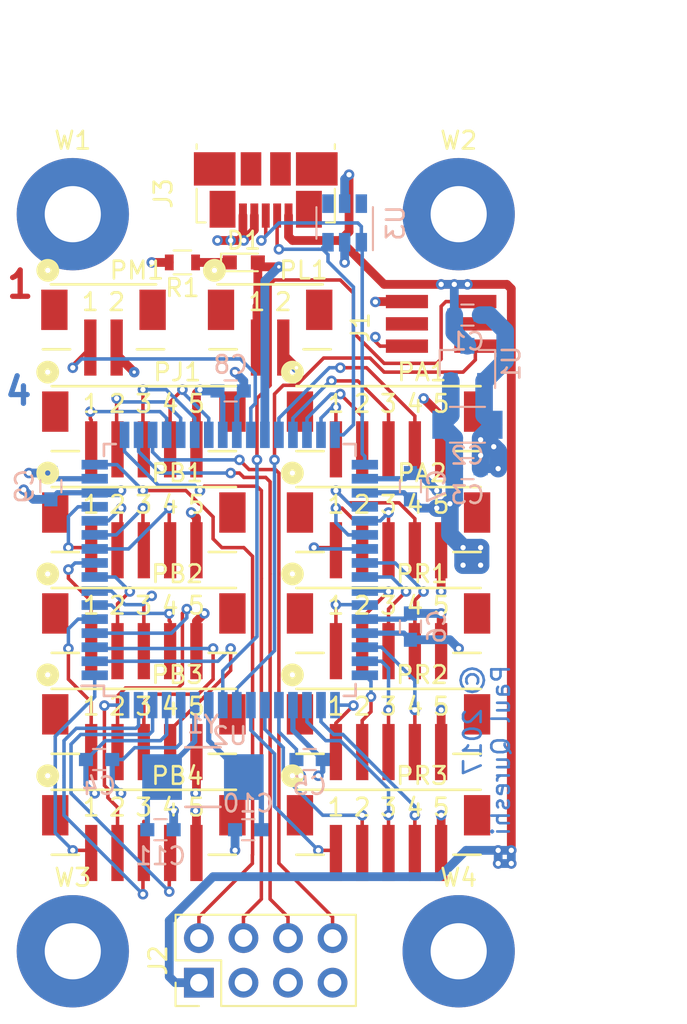
<source format=kicad_pcb>
(kicad_pcb (version 4) (host pcbnew 4.0.5)
  (layers (0 F.Cu signal hide) (1 PWR signal hide) (2 GND signal hide) (31 B.Cu signal) (34 B.Paste user) (35 F.Paste user) (36 B.SilkS user hide) (37 F.SilkS user hide) (38 B.Mask user) (39 F.Mask user) (44 Edge.Cuts user))
  (net 0 "")
  (net 1 +5V)
  (net 2 GND)
  (net 3 +3V3)
  (net 4 "Net-(C10-Pad1)")
  (net 5 "Net-(C11-Pad1)")
  (net 6 /LED)
  (net 7 "Net-(D1-Pad1)")
  (net 8 "Net-(J1-Pad1)")
  (net 9 "Net-(J1-Pad5)")
  (net 10 "Net-(J2-Pad2)")
  (net 11 "Net-(J2-Pad4)")
  (net 12 "Net-(J2-Pad6)")
  (net 13 "Net-(J2-Pad8)")
  (net 14 "Net-(J3-Pad2)")
  (net 15 "Net-(J3-Pad3)")
  (net 16 /A4)
  (net 17 /A3)
  (net 18 /A2)
  (net 19 /A1)
  (net 20 /A8)
  (net 21 /A7)
  (net 22 /A6)
  (net 23 /A5)
  (net 24 /B4)
  (net 25 /B3)
  (net 26 /B2)
  (net 27 /B1)
  (net 28 /B8)
  (net 29 /B7)
  (net 30 /B6)
  (net 31 /B5)
  (net 32 /B12)
  (net 33 /B11)
  (net 34 /B10)
  (net 35 /B9)
  (net 36 /B16)
  (net 37 /B15)
  (net 38 /B14)
  (net 39 /B13)
  (net 40 /RIGHT)
  (net 41 /LEFT)
  (net 42 /DOWN)
  (net 43 /UP)
  (net 44 /META)
  (net 45 /R4)
  (net 46 /R3)
  (net 47 /R2)
  (net 48 /R1)
  (net 49 /R8)
  (net 50 /R7)
  (net 51 /R6)
  (net 52 /R5)
  (net 53 /R12)
  (net 54 /R11)
  (net 55 /R10)
  (net 56 /R9)
  (net 57 "Net-(J1-Pad3)")
  (net 58 "Net-(J1-Pad4)")
  (net 59 "Net-(U3-Pad4)")
  (net 60 "Net-(U3-Pad6)")
  (module kuro:B2B-ZR-SM4-TF (layer F.Cu) (at 65.25 60)
    (fp_text reference PL1 (at 1.905 -2.8) (layer F.SilkS))
    (fp_text value CONN_01X02)
    (fp_text user 1 (at -0.75 -1) (layer F.SilkS))
    (fp_text user 2 (at 0.75 -1) (layer F.SilkS))
    (pad 2 smd rect (at 0.75 1.6) (size 0.7 3.2) (layers F.Cu F.Paste F.Mask) (net 2 GND))
    (pad 1 smd rect (at -0.75 1.6) (size 0.7 3.2) (layers F.Cu F.Paste F.Mask) (net 6 /LED))
    (pad NC1 smd rect (at 2.8 -0.55) (size 1.5 2.3) (layers F.Cu F.Paste F.Mask))
    (pad NC2 smd rect (at -2.8 -0.55) (size 1.5 2.3) (layers F.Cu F.Paste F.Mask))
  )
  (module Capacitors_SMD:C_0603 (layer B.Cu) (at 76.5 59.75)
    (fp_text reference C1 (at 0 1.5) (layer B.SilkS) (effects (justify mirror)))
    (fp_text value 1u)
    (pad 1 smd rect (at -0.75 0) (size 0.8 0.75) (layers B.Cu B.Paste B.Mask) (net 1 +5V))
    (pad 2 smd rect (at 0.75 0) (size 0.8 0.75) (layers B.Cu B.Paste B.Mask) (net 2 GND))
  )
  (module Capacitors_SMD:C_1206 (layer B.Cu) (at 76.5 66)
    (fp_text reference C2 (at 0 1.75) (layer B.SilkS) (effects (justify mirror)))
    (fp_text value 100u)
    (pad 1 smd rect (at -1.5 0) (size 1 1.6) (layers B.Cu B.Paste B.Mask) (net 3 +3V3))
    (pad 2 smd rect (at 1.5 0) (size 1 1.6) (layers B.Cu B.Paste B.Mask) (net 2 GND))
  )
  (module Capacitors_SMD:C_0603 (layer B.Cu) (at 76.5 68.5)
    (fp_text reference C3 (at 0 1.5) (layer B.SilkS) (effects (justify mirror)))
    (fp_text value 10u)
    (pad 1 smd rect (at -0.75 0) (size 0.8 0.75) (layers B.Cu B.Paste B.Mask) (net 3 +3V3))
    (pad 2 smd rect (at 0.75 0) (size 0.8 0.75) (layers B.Cu B.Paste B.Mask) (net 2 GND))
  )
  (module Capacitors_SMD:C_0603 (layer B.Cu) (at 55.5 85.074076)
    (fp_text reference C4 (at 0 1.5) (layer B.SilkS) (effects (justify mirror)))
    (fp_text value 100n)
    (pad 1 smd rect (at -0.75 0) (size 0.8 0.75) (layers B.Cu B.Paste B.Mask) (net 3 +3V3))
    (pad 2 smd rect (at 0.75 0) (size 0.8 0.75) (layers B.Cu B.Paste B.Mask) (net 2 GND))
  )
  (module Capacitors_SMD:C_0603 (layer B.Cu) (at 67.5 85.074076)
    (fp_text reference C5 (at 0 1.5) (layer B.SilkS) (effects (justify mirror)))
    (fp_text value 100n)
    (pad 1 smd rect (at -0.75 0) (size 0.8 0.75) (layers B.Cu B.Paste B.Mask) (net 3 +3V3))
    (pad 2 smd rect (at 0.75 0) (size 0.8 0.75) (layers B.Cu B.Paste B.Mask) (net 2 GND))
  )
  (module Capacitors_SMD:C_0603 (layer B.Cu) (at 73.25 77.5 90)
    (fp_text reference C6 (at 0 1.5 90) (layer B.SilkS) (effects (justify mirror)))
    (fp_text value 100n)
    (pad 1 smd rect (at -0.75 0 90) (size 0.8 0.75) (layers B.Cu B.Paste B.Mask) (net 3 +3V3))
    (pad 2 smd rect (at 0.75 0 90) (size 0.8 0.75) (layers B.Cu B.Paste B.Mask) (net 2 GND))
  )
  (module Capacitors_SMD:C_0603 (layer B.Cu) (at 73.25 69.5 90)
    (fp_text reference C7 (at 0 1.5 90) (layer B.SilkS) (effects (justify mirror)))
    (fp_text value 100n)
    (pad 1 smd rect (at -0.75 0 90) (size 0.8 0.75) (layers B.Cu B.Paste B.Mask) (net 3 +3V3))
    (pad 2 smd rect (at 0.75 0 90) (size 0.8 0.75) (layers B.Cu B.Paste B.Mask) (net 2 GND))
  )
  (module Capacitors_SMD:C_0603 (layer B.Cu) (at 63 64.074076 180)
    (fp_text reference C8 (at 0 1.5 180) (layer B.SilkS) (effects (justify mirror)))
    (fp_text value 100n)
    (pad 1 smd rect (at -0.75 0 180) (size 0.8 0.75) (layers B.Cu B.Paste B.Mask) (net 3 +3V3))
    (pad 2 smd rect (at 0.75 0 180) (size 0.8 0.75) (layers B.Cu B.Paste B.Mask) (net 2 GND))
  )
  (module Capacitors_SMD:C_0603 (layer B.Cu) (at 52.75 69.5 270)
    (fp_text reference C9 (at 0 1.5 270) (layer B.SilkS) (effects (justify mirror)))
    (fp_text value 100n)
    (pad 1 smd rect (at -0.75 0 270) (size 0.8 0.75) (layers B.Cu B.Paste B.Mask) (net 3 +3V3))
    (pad 2 smd rect (at 0.75 0 270) (size 0.8 0.75) (layers B.Cu B.Paste B.Mask) (net 2 GND))
  )
  (module Capacitors_SMD:C_0603 (layer B.Cu) (at 64 89.074076 180)
    (fp_text reference C10 (at 0 1.5 180) (layer B.SilkS) (effects (justify mirror)))
    (fp_text value 18p)
    (pad 1 smd rect (at -0.75 0 180) (size 0.8 0.75) (layers B.Cu B.Paste B.Mask) (net 4 "Net-(C10-Pad1)"))
    (pad 2 smd rect (at 0.75 0 180) (size 0.8 0.75) (layers B.Cu B.Paste B.Mask) (net 2 GND))
  )
  (module Capacitors_SMD:C_0603 (layer B.Cu) (at 59 89.074076)
    (fp_text reference C11 (at 0 1.5) (layer B.SilkS) (effects (justify mirror)))
    (fp_text value 18p)
    (pad 1 smd rect (at -0.75 0) (size 0.8 0.75) (layers B.Cu B.Paste B.Mask) (net 5 "Net-(C11-Pad1)"))
    (pad 2 smd rect (at 0.75 0) (size 0.8 0.75) (layers B.Cu B.Paste B.Mask) (net 2 GND))
  )
  (module LEDs:LED_0603 (layer F.Cu) (at 63.75 56.75)
    (fp_text reference D1 (at 0 -1.25) (layer F.SilkS))
    (fp_text value LED)
    (pad 2 smd rect (at 0.8 0 180) (size 0.8 0.8) (layers F.Cu F.Paste F.Mask) (net 6 /LED))
    (pad 1 smd rect (at -0.8 0 180) (size 0.8 0.8) (layers F.Cu F.Paste F.Mask) (net 7 "Net-(D1-Pad1)"))
  )
  (module kuro:3x2_1.27mm_SMD_header (layer F.Cu) (at 75 60.25 90)
    (fp_text reference J1 (at -0.2 -4.6 90) (layer F.SilkS))
    (fp_text value AVR-PDI-6A)
    (pad 1 smd rect (at -1.27 1.95 90) (size 0.76 2.4) (layers F.Cu F.Paste F.Mask) (net 8 "Net-(J1-Pad1)"))
    (pad 2 smd rect (at -1.27 -1.95 90) (size 0.76 2.4) (layers F.Cu F.Paste F.Mask) (net 3 +3V3))
    (pad 3 smd rect (at 0 1.95 90) (size 0.76 2.4) (layers F.Cu F.Paste F.Mask) (net 57 "Net-(J1-Pad3)"))
    (pad 4 smd rect (at 0 -1.95 90) (size 0.76 2.4) (layers F.Cu F.Paste F.Mask) (net 58 "Net-(J1-Pad4)"))
    (pad 5 smd rect (at 1.27 1.95 90) (size 0.76 2.4) (layers F.Cu F.Paste F.Mask) (net 9 "Net-(J1-Pad5)"))
    (pad 6 smd rect (at 1.27 -1.95 90) (size 0.76 2.4) (layers F.Cu F.Paste F.Mask) (net 2 GND))
  )
  (module Connectors_Molex:USB_Micro-B_Molex_47346-0001 (layer F.Cu) (at 65 52.75 270)
    (fp_text reference J3 (at 0.07 5.84 450) (layer F.SilkS))
    (fp_text value USB_B)
    (pad 1 smd rect (at 1.33 -1.3 270) (size 1.38 0.45) (layers F.Cu F.Paste F.Mask) (net 1 +5V))
    (pad 2 smd rect (at 1.33 -0.65 270) (size 1.38 0.45) (layers F.Cu F.Paste F.Mask) (net 14 "Net-(J3-Pad2)"))
    (pad 3 smd rect (at 1.33 0 270) (size 1.38 0.45) (layers F.Cu F.Paste F.Mask) (net 15 "Net-(J3-Pad3)"))
    (pad 4 smd rect (at 1.33 0.65 270) (size 1.38 0.45) (layers F.Cu F.Paste F.Mask) (net 2 GND))
    (pad 5 smd rect (at 1.33 1.3 270) (size 1.38 0.45) (layers F.Cu F.Paste F.Mask) (net 2 GND))
    (pad 6 smd rect (at 0.97 -2.4625 270) (size 2.1 1.475) (layers F.Cu F.Paste F.Mask))
    (pad 6 smd rect (at 0.97 2.4625 270) (size 2.1 1.475) (layers F.Cu F.Paste F.Mask))
    (pad 6 smd rect (at -1.33 -2.91 270) (size 1.9 2.375) (layers F.Cu F.Paste F.Mask))
    (pad 6 smd rect (at -1.33 2.91 270) (size 1.9 2.375) (layers F.Cu F.Paste F.Mask))
    (pad 6 smd rect (at -1.33 -0.84 270) (size 1.9 1.175) (layers F.Cu F.Paste F.Mask))
    (pad 6 smd rect (at -1.33 0.84 270) (size 1.9 1.175) (layers F.Cu F.Paste F.Mask))
  )
  (module kuro:B5B-ZR-SM4-TF (layer F.Cu) (at 72 65.8)
    (fp_text reference PA1 (at 1.905 -2.8) (layer F.SilkS))
    (fp_text value CONN_01X05)
    (fp_text user 1 (at -3 -1) (layer F.SilkS))
    (fp_text user 2 (at -1.5 -1) (layer F.SilkS))
    (fp_text user 3 (at 0 -1) (layer F.SilkS))
    (fp_text user 4 (at 1.5 -1) (layer F.SilkS))
    (fp_text user 5 (at 3 -1) (layer F.SilkS))
    (pad 5 smd rect (at 3 1.6) (size 0.7 3.2) (layers F.Cu F.Paste F.Mask) (net 2 GND))
    (pad 4 smd rect (at 1.5 1.6) (size 0.7 3.2) (layers F.Cu F.Paste F.Mask) (net 16 /A4))
    (pad 3 smd rect (at 0 1.6) (size 0.7 3.2) (layers F.Cu F.Paste F.Mask) (net 17 /A3))
    (pad 2 smd rect (at -1.5 1.6) (size 0.7 3.2) (layers F.Cu F.Paste F.Mask) (net 18 /A2))
    (pad 1 smd rect (at -3 1.6) (size 0.7 3.2) (layers F.Cu F.Paste F.Mask) (net 19 /A1))
    (pad NC1 smd rect (at 5.05 -0.55) (size 1.5 2.3) (layers F.Cu F.Paste F.Mask))
    (pad NC2 smd rect (at -5.05 -0.55) (size 1.5 2.3) (layers F.Cu F.Paste F.Mask))
  )
  (module kuro:B5B-ZR-SM4-TF (layer F.Cu) (at 72 71.55)
    (fp_text reference PA2 (at 1.905 -2.8) (layer F.SilkS))
    (fp_text value CONN_01X05)
    (fp_text user 1 (at -3 -1) (layer F.SilkS))
    (fp_text user 2 (at -1.5 -1) (layer F.SilkS))
    (fp_text user 3 (at 0 -1) (layer F.SilkS))
    (fp_text user 4 (at 1.5 -1) (layer F.SilkS))
    (fp_text user 5 (at 3 -1) (layer F.SilkS))
    (pad 5 smd rect (at 3 1.6) (size 0.7 3.2) (layers F.Cu F.Paste F.Mask) (net 2 GND))
    (pad 4 smd rect (at 1.5 1.6) (size 0.7 3.2) (layers F.Cu F.Paste F.Mask) (net 20 /A8))
    (pad 3 smd rect (at 0 1.6) (size 0.7 3.2) (layers F.Cu F.Paste F.Mask) (net 21 /A7))
    (pad 2 smd rect (at -1.5 1.6) (size 0.7 3.2) (layers F.Cu F.Paste F.Mask) (net 22 /A6))
    (pad 1 smd rect (at -3 1.6) (size 0.7 3.2) (layers F.Cu F.Paste F.Mask) (net 23 /A5))
    (pad NC1 smd rect (at 5.05 -0.55) (size 1.5 2.3) (layers F.Cu F.Paste F.Mask))
    (pad NC2 smd rect (at -5.05 -0.55) (size 1.5 2.3) (layers F.Cu F.Paste F.Mask))
  )
  (module kuro:B5B-ZR-SM4-TF (layer F.Cu) (at 58.05 71.55)
    (fp_text reference PB1 (at 1.905 -2.8) (layer F.SilkS))
    (fp_text value CONN_01X05)
    (fp_text user 1 (at -3 -1) (layer F.SilkS))
    (fp_text user 2 (at -1.5 -1) (layer F.SilkS))
    (fp_text user 3 (at 0 -1) (layer F.SilkS))
    (fp_text user 4 (at 1.5 -1) (layer F.SilkS))
    (fp_text user 5 (at 3 -1) (layer F.SilkS))
    (pad 5 smd rect (at 3 1.6) (size 0.7 3.2) (layers F.Cu F.Paste F.Mask) (net 2 GND))
    (pad 4 smd rect (at 1.5 1.6) (size 0.7 3.2) (layers F.Cu F.Paste F.Mask) (net 24 /B4))
    (pad 3 smd rect (at 0 1.6) (size 0.7 3.2) (layers F.Cu F.Paste F.Mask) (net 25 /B3))
    (pad 2 smd rect (at -1.5 1.6) (size 0.7 3.2) (layers F.Cu F.Paste F.Mask) (net 26 /B2))
    (pad 1 smd rect (at -3 1.6) (size 0.7 3.2) (layers F.Cu F.Paste F.Mask) (net 27 /B1))
    (pad NC1 smd rect (at 5.05 -0.55) (size 1.5 2.3) (layers F.Cu F.Paste F.Mask))
    (pad NC2 smd rect (at -5.05 -0.55) (size 1.5 2.3) (layers F.Cu F.Paste F.Mask))
  )
  (module kuro:B5B-ZR-SM4-TF (layer F.Cu) (at 58.05 77.3)
    (fp_text reference PB2 (at 1.905 -2.8) (layer F.SilkS))
    (fp_text value CONN_01X05)
    (fp_text user 1 (at -3 -1) (layer F.SilkS))
    (fp_text user 2 (at -1.5 -1) (layer F.SilkS))
    (fp_text user 3 (at 0 -1) (layer F.SilkS))
    (fp_text user 4 (at 1.5 -1) (layer F.SilkS))
    (fp_text user 5 (at 3 -1) (layer F.SilkS))
    (pad 5 smd rect (at 3 1.6) (size 0.7 3.2) (layers F.Cu F.Paste F.Mask) (net 2 GND))
    (pad 4 smd rect (at 1.5 1.6) (size 0.7 3.2) (layers F.Cu F.Paste F.Mask) (net 28 /B8))
    (pad 3 smd rect (at 0 1.6) (size 0.7 3.2) (layers F.Cu F.Paste F.Mask) (net 29 /B7))
    (pad 2 smd rect (at -1.5 1.6) (size 0.7 3.2) (layers F.Cu F.Paste F.Mask) (net 30 /B6))
    (pad 1 smd rect (at -3 1.6) (size 0.7 3.2) (layers F.Cu F.Paste F.Mask) (net 31 /B5))
    (pad NC1 smd rect (at 5.05 -0.55) (size 1.5 2.3) (layers F.Cu F.Paste F.Mask))
    (pad NC2 smd rect (at -5.05 -0.55) (size 1.5 2.3) (layers F.Cu F.Paste F.Mask))
  )
  (module kuro:B5B-ZR-SM4-TF (layer F.Cu) (at 58.05 83.05)
    (fp_text reference PB3 (at 1.905 -2.8) (layer F.SilkS))
    (fp_text value CONN_01X05)
    (fp_text user 1 (at -3 -1) (layer F.SilkS))
    (fp_text user 2 (at -1.5 -1) (layer F.SilkS))
    (fp_text user 3 (at 0 -1) (layer F.SilkS))
    (fp_text user 4 (at 1.5 -1) (layer F.SilkS))
    (fp_text user 5 (at 3 -1) (layer F.SilkS))
    (pad 5 smd rect (at 3 1.6) (size 0.7 3.2) (layers F.Cu F.Paste F.Mask) (net 2 GND))
    (pad 4 smd rect (at 1.5 1.6) (size 0.7 3.2) (layers F.Cu F.Paste F.Mask) (net 32 /B12))
    (pad 3 smd rect (at 0 1.6) (size 0.7 3.2) (layers F.Cu F.Paste F.Mask) (net 33 /B11))
    (pad 2 smd rect (at -1.5 1.6) (size 0.7 3.2) (layers F.Cu F.Paste F.Mask) (net 34 /B10))
    (pad 1 smd rect (at -3 1.6) (size 0.7 3.2) (layers F.Cu F.Paste F.Mask) (net 35 /B9))
    (pad NC1 smd rect (at 5.05 -0.55) (size 1.5 2.3) (layers F.Cu F.Paste F.Mask))
    (pad NC2 smd rect (at -5.05 -0.55) (size 1.5 2.3) (layers F.Cu F.Paste F.Mask))
  )
  (module kuro:B5B-ZR-SM4-TF (layer F.Cu) (at 58.05 88.8)
    (fp_text reference PB4 (at 1.905 -2.8) (layer F.SilkS))
    (fp_text value CONN_01X05)
    (fp_text user 1 (at -3 -1) (layer F.SilkS))
    (fp_text user 2 (at -1.5 -1) (layer F.SilkS))
    (fp_text user 3 (at 0 -1) (layer F.SilkS))
    (fp_text user 4 (at 1.5 -1) (layer F.SilkS))
    (fp_text user 5 (at 3 -1) (layer F.SilkS))
    (pad 5 smd rect (at 3 1.6) (size 0.7 3.2) (layers F.Cu F.Paste F.Mask) (net 2 GND))
    (pad 4 smd rect (at 1.5 1.6) (size 0.7 3.2) (layers F.Cu F.Paste F.Mask) (net 36 /B16))
    (pad 3 smd rect (at 0 1.6) (size 0.7 3.2) (layers F.Cu F.Paste F.Mask) (net 37 /B15))
    (pad 2 smd rect (at -1.5 1.6) (size 0.7 3.2) (layers F.Cu F.Paste F.Mask) (net 38 /B14))
    (pad 1 smd rect (at -3 1.6) (size 0.7 3.2) (layers F.Cu F.Paste F.Mask) (net 39 /B13))
    (pad NC1 smd rect (at 5.05 -0.55) (size 1.5 2.3) (layers F.Cu F.Paste F.Mask))
    (pad NC2 smd rect (at -5.05 -0.55) (size 1.5 2.3) (layers F.Cu F.Paste F.Mask))
  )
  (module kuro:B5B-ZR-SM4-TF (layer F.Cu) (at 58.05 65.8)
    (fp_text reference PJ1 (at 1.905 -2.8) (layer F.SilkS))
    (fp_text value CONN_01X05)
    (fp_text user 1 (at -3 -1) (layer F.SilkS))
    (fp_text user 2 (at -1.5 -1) (layer F.SilkS))
    (fp_text user 3 (at 0 -1) (layer F.SilkS))
    (fp_text user 4 (at 1.5 -1) (layer F.SilkS))
    (fp_text user 5 (at 3 -1) (layer F.SilkS))
    (pad 5 smd rect (at 3 1.6) (size 0.7 3.2) (layers F.Cu F.Paste F.Mask) (net 2 GND))
    (pad 4 smd rect (at 1.5 1.6) (size 0.7 3.2) (layers F.Cu F.Paste F.Mask) (net 40 /RIGHT))
    (pad 3 smd rect (at 0 1.6) (size 0.7 3.2) (layers F.Cu F.Paste F.Mask) (net 41 /LEFT))
    (pad 2 smd rect (at -1.5 1.6) (size 0.7 3.2) (layers F.Cu F.Paste F.Mask) (net 42 /DOWN))
    (pad 1 smd rect (at -3 1.6) (size 0.7 3.2) (layers F.Cu F.Paste F.Mask) (net 43 /UP))
    (pad NC1 smd rect (at 5.05 -0.55) (size 1.5 2.3) (layers F.Cu F.Paste F.Mask))
    (pad NC2 smd rect (at -5.05 -0.55) (size 1.5 2.3) (layers F.Cu F.Paste F.Mask))
  )
  (module kuro:B2B-ZR-SM4-TF (layer F.Cu) (at 55.75 60)
    (fp_text reference PM1 (at 1.905 -2.8) (layer F.SilkS))
    (fp_text value CONN_01X02)
    (fp_text user 1 (at -0.75 -1) (layer F.SilkS))
    (fp_text user 2 (at 0.75 -1) (layer F.SilkS))
    (pad 2 smd rect (at 0.75 1.6) (size 0.7 3.2) (layers F.Cu F.Paste F.Mask) (net 2 GND))
    (pad 1 smd rect (at -0.75 1.6) (size 0.7 3.2) (layers F.Cu F.Paste F.Mask) (net 44 /META))
    (pad NC1 smd rect (at 2.8 -0.55) (size 1.5 2.3) (layers F.Cu F.Paste F.Mask))
    (pad NC2 smd rect (at -2.8 -0.55) (size 1.5 2.3) (layers F.Cu F.Paste F.Mask))
  )
  (module kuro:B5B-ZR-SM4-TF (layer F.Cu) (at 72 77.3)
    (fp_text reference PR1 (at 1.905 -2.8) (layer F.SilkS))
    (fp_text value CONN_01X05)
    (fp_text user 1 (at -3 -1) (layer F.SilkS))
    (fp_text user 2 (at -1.5 -1) (layer F.SilkS))
    (fp_text user 3 (at 0 -1) (layer F.SilkS))
    (fp_text user 4 (at 1.5 -1) (layer F.SilkS))
    (fp_text user 5 (at 3 -1) (layer F.SilkS))
    (pad 5 smd rect (at 3 1.6) (size 0.7 3.2) (layers F.Cu F.Paste F.Mask) (net 2 GND))
    (pad 4 smd rect (at 1.5 1.6) (size 0.7 3.2) (layers F.Cu F.Paste F.Mask) (net 45 /R4))
    (pad 3 smd rect (at 0 1.6) (size 0.7 3.2) (layers F.Cu F.Paste F.Mask) (net 46 /R3))
    (pad 2 smd rect (at -1.5 1.6) (size 0.7 3.2) (layers F.Cu F.Paste F.Mask) (net 47 /R2))
    (pad 1 smd rect (at -3 1.6) (size 0.7 3.2) (layers F.Cu F.Paste F.Mask) (net 48 /R1))
    (pad NC1 smd rect (at 5.05 -0.55) (size 1.5 2.3) (layers F.Cu F.Paste F.Mask))
    (pad NC2 smd rect (at -5.05 -0.55) (size 1.5 2.3) (layers F.Cu F.Paste F.Mask))
  )
  (module kuro:B5B-ZR-SM4-TF (layer F.Cu) (at 72 83.05)
    (fp_text reference PR2 (at 1.905 -2.8) (layer F.SilkS))
    (fp_text value CONN_01X05)
    (fp_text user 1 (at -3 -1) (layer F.SilkS))
    (fp_text user 2 (at -1.5 -1) (layer F.SilkS))
    (fp_text user 3 (at 0 -1) (layer F.SilkS))
    (fp_text user 4 (at 1.5 -1) (layer F.SilkS))
    (fp_text user 5 (at 3 -1) (layer F.SilkS))
    (pad 5 smd rect (at 3 1.6) (size 0.7 3.2) (layers F.Cu F.Paste F.Mask) (net 2 GND))
    (pad 4 smd rect (at 1.5 1.6) (size 0.7 3.2) (layers F.Cu F.Paste F.Mask) (net 49 /R8))
    (pad 3 smd rect (at 0 1.6) (size 0.7 3.2) (layers F.Cu F.Paste F.Mask) (net 50 /R7))
    (pad 2 smd rect (at -1.5 1.6) (size 0.7 3.2) (layers F.Cu F.Paste F.Mask) (net 51 /R6))
    (pad 1 smd rect (at -3 1.6) (size 0.7 3.2) (layers F.Cu F.Paste F.Mask) (net 52 /R5))
    (pad NC1 smd rect (at 5.05 -0.55) (size 1.5 2.3) (layers F.Cu F.Paste F.Mask))
    (pad NC2 smd rect (at -5.05 -0.55) (size 1.5 2.3) (layers F.Cu F.Paste F.Mask))
  )
  (module kuro:B5B-ZR-SM4-TF (layer F.Cu) (at 72 88.8)
    (fp_text reference PR3 (at 1.905 -2.8) (layer F.SilkS))
    (fp_text value CONN_01X05)
    (fp_text user 1 (at -3 -1) (layer F.SilkS))
    (fp_text user 2 (at -1.5 -1) (layer F.SilkS))
    (fp_text user 3 (at 0 -1) (layer F.SilkS))
    (fp_text user 4 (at 1.5 -1) (layer F.SilkS))
    (fp_text user 5 (at 3 -1) (layer F.SilkS))
    (pad 5 smd rect (at 3 1.6) (size 0.7 3.2) (layers F.Cu F.Paste F.Mask) (net 2 GND))
    (pad 4 smd rect (at 1.5 1.6) (size 0.7 3.2) (layers F.Cu F.Paste F.Mask) (net 53 /R12))
    (pad 3 smd rect (at 0 1.6) (size 0.7 3.2) (layers F.Cu F.Paste F.Mask) (net 54 /R11))
    (pad 2 smd rect (at -1.5 1.6) (size 0.7 3.2) (layers F.Cu F.Paste F.Mask) (net 55 /R10))
    (pad 1 smd rect (at -3 1.6) (size 0.7 3.2) (layers F.Cu F.Paste F.Mask) (net 56 /R9))
    (pad NC1 smd rect (at 5.05 -0.55) (size 1.5 2.3) (layers F.Cu F.Paste F.Mask))
    (pad NC2 smd rect (at -5.05 -0.55) (size 1.5 2.3) (layers F.Cu F.Paste F.Mask))
  )
  (module Resistors_SMD:R_0603 (layer F.Cu) (at 60.25 56.75 180)
    (fp_text reference R1 (at 0 -1.45 180) (layer F.SilkS))
    (fp_text value 680R)
    (pad 1 smd rect (at -0.75 0 180) (size 0.5 0.9) (layers F.Cu F.Paste F.Mask) (net 7 "Net-(D1-Pad1)"))
    (pad 2 smd rect (at 0.75 0 180) (size 0.5 0.9) (layers F.Cu F.Paste F.Mask) (net 2 GND))
  )
  (module TO_SOT_Packages_SMD:SOT-23 (layer B.Cu) (at 76.5 62.5 90)
    (fp_text reference U1 (at 0 2.5 90) (layer B.SilkS) (effects (justify mirror)))
    (fp_text value MCP1700T-3002E)
    (pad 1 smd rect (at -1 0.95 90) (size 0.9 0.8) (layers B.Cu B.Paste B.Mask) (net 2 GND))
    (pad 2 smd rect (at -1 -0.95 90) (size 0.9 0.8) (layers B.Cu B.Paste B.Mask) (net 3 +3V3))
    (pad 3 smd rect (at 1 0 90) (size 0.9 0.8) (layers B.Cu B.Paste B.Mask) (net 1 +5V))
  )
  (module Housings_QFP:TQFP-64_14x14mm_Pitch0.8mm (layer B.Cu) (at 62.95 74.274076)
    (fp_text reference U2 (at 0 9.45) (layer B.SilkS) (effects (justify mirror)))
    (fp_text value ATXMEGA128A3U-A)
    (pad 1 smd rect (at -7.7 6) (size 1.5 0.55) (layers B.Cu B.Paste B.Mask) (net 39 /B13))
    (pad 2 smd rect (at -7.7 5.2) (size 1.5 0.55) (layers B.Cu B.Paste B.Mask) (net 32 /B12))
    (pad 3 smd rect (at -7.7 4.4) (size 1.5 0.55) (layers B.Cu B.Paste B.Mask) (net 33 /B11))
    (pad 4 smd rect (at -7.7 3.6) (size 1.5 0.55) (layers B.Cu B.Paste B.Mask) (net 34 /B10))
    (pad 5 smd rect (at -7.7 2.8) (size 1.5 0.55) (layers B.Cu B.Paste B.Mask) (net 35 /B9))
    (pad 6 smd rect (at -7.7 2) (size 1.5 0.55) (layers B.Cu B.Paste B.Mask) (net 28 /B8))
    (pad 7 smd rect (at -7.7 1.2) (size 1.5 0.55) (layers B.Cu B.Paste B.Mask) (net 29 /B7))
    (pad 8 smd rect (at -7.7 0.4) (size 1.5 0.55) (layers B.Cu B.Paste B.Mask) (net 30 /B6))
    (pad 9 smd rect (at -7.7 -0.4) (size 1.5 0.55) (layers B.Cu B.Paste B.Mask) (net 31 /B5))
    (pad 10 smd rect (at -7.7 -1.2) (size 1.5 0.55) (layers B.Cu B.Paste B.Mask) (net 24 /B4))
    (pad 11 smd rect (at -7.7 -2) (size 1.5 0.55) (layers B.Cu B.Paste B.Mask) (net 25 /B3))
    (pad 12 smd rect (at -7.7 -2.8) (size 1.5 0.55) (layers B.Cu B.Paste B.Mask) (net 26 /B2))
    (pad 13 smd rect (at -7.7 -3.6) (size 1.5 0.55) (layers B.Cu B.Paste B.Mask) (net 27 /B1))
    (pad 14 smd rect (at -7.7 -4.4) (size 1.5 0.55) (layers B.Cu B.Paste B.Mask) (net 2 GND))
    (pad 15 smd rect (at -7.7 -5.2) (size 1.5 0.55) (layers B.Cu B.Paste B.Mask) (net 3 +3V3))
    (pad 16 smd rect (at -7.7 -6) (size 1.5 0.55) (layers B.Cu B.Paste B.Mask) (net 10 "Net-(J2-Pad2)"))
    (pad 17 smd rect (at -6 -7.7 270) (size 1.5 0.55) (layers B.Cu B.Paste B.Mask) (net 11 "Net-(J2-Pad4)"))
    (pad 18 smd rect (at -5.2 -7.7 270) (size 1.5 0.55) (layers B.Cu B.Paste B.Mask) (net 12 "Net-(J2-Pad6)"))
    (pad 19 smd rect (at -4.4 -7.7 270) (size 1.5 0.55) (layers B.Cu B.Paste B.Mask) (net 13 "Net-(J2-Pad8)"))
    (pad 20 smd rect (at -3.6 -7.7 270) (size 1.5 0.55) (layers B.Cu B.Paste B.Mask) (net 43 /UP))
    (pad 21 smd rect (at -2.8 -7.7 270) (size 1.5 0.55) (layers B.Cu B.Paste B.Mask) (net 42 /DOWN))
    (pad 22 smd rect (at -2 -7.7 270) (size 1.5 0.55) (layers B.Cu B.Paste B.Mask) (net 41 /LEFT))
    (pad 23 smd rect (at -1.2 -7.7 270) (size 1.5 0.55) (layers B.Cu B.Paste B.Mask) (net 40 /RIGHT))
    (pad 24 smd rect (at -0.4 -7.7 270) (size 1.5 0.55) (layers B.Cu B.Paste B.Mask) (net 2 GND))
    (pad 25 smd rect (at 0.4 -7.7 270) (size 1.5 0.55) (layers B.Cu B.Paste B.Mask) (net 3 +3V3))
    (pad 26 smd rect (at 1.2 -7.7 270) (size 1.5 0.55) (layers B.Cu B.Paste B.Mask) (net 44 /META))
    (pad 27 smd rect (at 2 -7.7 270) (size 1.5 0.55) (layers B.Cu B.Paste B.Mask) (net 6 /LED))
    (pad 28 smd rect (at 2.8 -7.7 270) (size 1.5 0.55) (layers B.Cu B.Paste B.Mask) (net 16 /A4))
    (pad 29 smd rect (at 3.6 -7.7 270) (size 1.5 0.55) (layers B.Cu B.Paste B.Mask) (net 17 /A3))
    (pad 30 smd rect (at 4.4 -7.7 270) (size 1.5 0.55) (layers B.Cu B.Paste B.Mask) (net 18 /A2))
    (pad 31 smd rect (at 5.2 -7.7 270) (size 1.5 0.55) (layers B.Cu B.Paste B.Mask) (net 19 /A1))
    (pad 32 smd rect (at 6 -7.7 270) (size 1.5 0.55) (layers B.Cu B.Paste B.Mask) (net 14 "Net-(J3-Pad2)"))
    (pad 33 smd rect (at 7.7 -6) (size 1.5 0.55) (layers B.Cu B.Paste B.Mask) (net 15 "Net-(J3-Pad3)"))
    (pad 34 smd rect (at 7.7 -5.2) (size 1.5 0.55) (layers B.Cu B.Paste B.Mask) (net 2 GND))
    (pad 35 smd rect (at 7.7 -4.4) (size 1.5 0.55) (layers B.Cu B.Paste B.Mask) (net 3 +3V3))
    (pad 36 smd rect (at 7.7 -3.6) (size 1.5 0.55) (layers B.Cu B.Paste B.Mask) (net 20 /A8))
    (pad 37 smd rect (at 7.7 -2.8) (size 1.5 0.55) (layers B.Cu B.Paste B.Mask) (net 21 /A7))
    (pad 38 smd rect (at 7.7 -2) (size 1.5 0.55) (layers B.Cu B.Paste B.Mask) (net 22 /A6))
    (pad 39 smd rect (at 7.7 -1.2) (size 1.5 0.55) (layers B.Cu B.Paste B.Mask) (net 23 /A5))
    (pad 40 smd rect (at 7.7 -0.4) (size 1.5 0.55) (layers B.Cu B.Paste B.Mask) (net 45 /R4))
    (pad 41 smd rect (at 7.7 0.4) (size 1.5 0.55) (layers B.Cu B.Paste B.Mask) (net 46 /R3))
    (pad 42 smd rect (at 7.7 1.2) (size 1.5 0.55) (layers B.Cu B.Paste B.Mask) (net 47 /R2))
    (pad 43 smd rect (at 7.7 2) (size 1.5 0.55) (layers B.Cu B.Paste B.Mask) (net 48 /R1))
    (pad 44 smd rect (at 7.7 2.8) (size 1.5 0.55) (layers B.Cu B.Paste B.Mask) (net 2 GND))
    (pad 45 smd rect (at 7.7 3.6) (size 1.5 0.55) (layers B.Cu B.Paste B.Mask) (net 3 +3V3))
    (pad 46 smd rect (at 7.7 4.4) (size 1.5 0.55) (layers B.Cu B.Paste B.Mask) (net 49 /R8))
    (pad 47 smd rect (at 7.7 5.2) (size 1.5 0.55) (layers B.Cu B.Paste B.Mask) (net 50 /R7))
    (pad 48 smd rect (at 7.7 6) (size 1.5 0.55) (layers B.Cu B.Paste B.Mask) (net 51 /R6))
    (pad 49 smd rect (at 6 7.7 270) (size 1.5 0.55) (layers B.Cu B.Paste B.Mask) (net 52 /R5))
    (pad 50 smd rect (at 5.2 7.7 270) (size 1.5 0.55) (layers B.Cu B.Paste B.Mask) (net 53 /R12))
    (pad 51 smd rect (at 4.4 7.7 270) (size 1.5 0.55) (layers B.Cu B.Paste B.Mask) (net 54 /R11))
    (pad 52 smd rect (at 3.6 7.7 270) (size 1.5 0.55) (layers B.Cu B.Paste B.Mask) (net 2 GND))
    (pad 53 smd rect (at 2.8 7.7 270) (size 1.5 0.55) (layers B.Cu B.Paste B.Mask) (net 3 +3V3))
    (pad 54 smd rect (at 2 7.7 270) (size 1.5 0.55) (layers B.Cu B.Paste B.Mask) (net 55 /R10))
    (pad 55 smd rect (at 1.2 7.7 270) (size 1.5 0.55) (layers B.Cu B.Paste B.Mask) (net 56 /R9))
    (pad 56 smd rect (at 0.4 7.7 270) (size 1.5 0.55) (layers B.Cu B.Paste B.Mask) (net 8 "Net-(J1-Pad1)"))
    (pad 57 smd rect (at -0.4 7.7 270) (size 1.5 0.55) (layers B.Cu B.Paste B.Mask) (net 9 "Net-(J1-Pad5)"))
    (pad 58 smd rect (at -1.2 7.7 270) (size 1.5 0.55) (layers B.Cu B.Paste B.Mask) (net 4 "Net-(C10-Pad1)"))
    (pad 59 smd rect (at -2 7.7 270) (size 1.5 0.55) (layers B.Cu B.Paste B.Mask) (net 5 "Net-(C11-Pad1)"))
    (pad 60 smd rect (at -2.8 7.7 270) (size 1.5 0.55) (layers B.Cu B.Paste B.Mask) (net 2 GND))
    (pad 61 smd rect (at -3.6 7.7 270) (size 1.5 0.55) (layers B.Cu B.Paste B.Mask) (net 3 +3V3))
    (pad 62 smd rect (at -4.4 7.7 270) (size 1.5 0.55) (layers B.Cu B.Paste B.Mask) (net 36 /B16))
    (pad 63 smd rect (at -5.2 7.7 270) (size 1.5 0.55) (layers B.Cu B.Paste B.Mask) (net 37 /B15))
    (pad 64 smd rect (at -6 7.7 270) (size 1.5 0.55) (layers B.Cu B.Paste B.Mask) (net 38 /B14))
  )
  (module TO_SOT_Packages_SMD:SOT-23-6 (layer B.Cu) (at 69.5 54.5 90)
    (fp_text reference U3 (at 0 2.9 90) (layer B.SilkS) (effects (justify mirror)))
    (fp_text value TPD4S009DBV)
    (pad 1 smd rect (at -1.1 0.95 90) (size 1.06 0.65) (layers B.Cu B.Paste B.Mask) (net 15 "Net-(J3-Pad3)"))
    (pad 2 smd rect (at -1.1 0 90) (size 1.06 0.65) (layers B.Cu B.Paste B.Mask) (net 2 GND))
    (pad 3 smd rect (at -1.1 -0.95 90) (size 1.06 0.65) (layers B.Cu B.Paste B.Mask) (net 14 "Net-(J3-Pad2)"))
    (pad 4 smd rect (at 1.1 -0.95 90) (size 1.06 0.65) (layers B.Cu B.Paste B.Mask) (net 59 "Net-(U3-Pad4)"))
    (pad 6 smd rect (at 1.1 0.95 90) (size 1.06 0.65) (layers B.Cu B.Paste B.Mask) (net 60 "Net-(U3-Pad6)"))
    (pad 5 smd rect (at 1.1 0 90) (size 1.06 0.65) (layers B.Cu B.Paste B.Mask) (net 1 +5V))
  )
  (module kuro:SMD_Crystal_Multi_QC6CB_7A_ABM7 (layer B.Cu) (at 61.42 86.074076 180)
    (fp_text reference Y1 (at 0 3 180) (layer B.SilkS) (effects (justify mirror)))
    (fp_text value 16MHz hide)
    (pad 1 smd rect (at -2.33 0 180) (size 2.26 2.6) (layers B.Cu B.Paste B.Mask) (net 4 "Net-(C10-Pad1)"))
    (pad 2 smd rect (at 2.33 0 180) (size 2.26 2.6) (layers B.Cu B.Paste B.Mask) (net 5 "Net-(C11-Pad1)"))
  )
  (module Mounting_Holes:MountingHole_3.2mm_M3_Pad (layer F.Cu) (at 54 54)
    (fp_text reference W1 (at 0 -4.2) (layer F.SilkS))
    (fp_text value TEST_1P)
    (pad 1 thru_hole circle (at 0 0) (size 6.4 6.4) (drill 3.2) (layers *.Cu *.Mask) (net 2 GND))
  )
  (module Mounting_Holes:MountingHole_3.2mm_M3_Pad (layer F.Cu) (at 76 54)
    (fp_text reference W2 (at 0 -4.2) (layer F.SilkS))
    (fp_text value TEST_1P)
    (pad 1 thru_hole circle (at 0 0) (size 6.4 6.4) (drill 3.2) (layers *.Cu *.Mask) (net 2 GND))
  )
  (module Mounting_Holes:MountingHole_3.2mm_M3_Pad (layer F.Cu) (at 54 96)
    (fp_text reference W3 (at 0 -4.2) (layer F.SilkS))
    (fp_text value TEST_1P)
    (pad 1 thru_hole circle (at 0 0) (size 6.4 6.4) (drill 3.2) (layers *.Cu *.Mask) (net 2 GND))
  )
  (module Mounting_Holes:MountingHole_3.2mm_M3_Pad (layer F.Cu) (at 76 96)
    (fp_text reference W4 (at 0 -4.2) (layer F.SilkS))
    (fp_text value TEST_1P)
    (pad 1 thru_hole circle (at 0 0) (size 6.4 6.4) (drill 3.2) (layers *.Cu *.Mask) (net 2 GND))
  )
  (module Pin_Headers:Pin_Header_Straight_2x04_Pitch2.54mm (layer F.Cu) (at 61.19 97.79 90)
    (fp_text reference J2 (at 1.27 -2.33 90) (layer F.SilkS))
    (fp_text value CONN_02X04)
    (pad 1 thru_hole rect (at 0 0 90) (size 1.7 1.7) (drill 1) (layers *.Cu *.Mask) (net 1 +5V))
    (pad 2 thru_hole oval (at 2.54 0 90) (size 1.7 1.7) (drill 1) (layers *.Cu *.Mask) (net 10 "Net-(J2-Pad2)"))
    (pad 3 thru_hole oval (at 0 2.54 90) (size 1.7 1.7) (drill 1) (layers *.Cu *.Mask) (net 3 +3V3))
    (pad 4 thru_hole oval (at 2.54 2.54 90) (size 1.7 1.7) (drill 1) (layers *.Cu *.Mask) (net 11 "Net-(J2-Pad4)"))
    (pad 5 thru_hole oval (at 0 5.08 90) (size 1.7 1.7) (drill 1) (layers *.Cu *.Mask) (net 2 GND))
    (pad 6 thru_hole oval (at 2.54 5.08 90) (size 1.7 1.7) (drill 1) (layers *.Cu *.Mask) (net 12 "Net-(J2-Pad6)"))
    (pad 7 thru_hole oval (at 0 7.62 90) (size 1.7 1.7) (drill 1) (layers *.Cu *.Mask) (net 2 GND))
    (pad 8 thru_hole oval (at 2.54 7.62 90) (size 1.7 1.7) (drill 1) (layers *.Cu *.Mask) (net 13 "Net-(J2-Pad8)"))
  )
  (module Keio:superplay1.1_two_line_10.7x5.0 (layer B.Cu) (at 65.5 60 180)
    (fp_text reference G*** hide)
    (fp_text value LOGO hide)
  )
  (module Keio:logo2_7.5x2.3mm (layer B.Cu) (at 55.5 60 180)
    (fp_text reference G*** hide)
    (fp_text value LOGO hide)
  )
  (gr_text 4 (at 50.9 64.1) (layer B.Cu) (effects (font (size 1.5 1.5) (thickness 0.3))))
  (gr_text 1 (at 51 58) (layer F.Cu) (effects (font (size 1.5 1.5) (thickness 0.3))))
  (gr_text "© 2017\nPaul Qureshi" (at 77.6 79.6 90) (layer B.Cu) (effects (font (size 1 1)) (justify left mirror)))
  (segment (start 76.5 58) (end 75 58) (width 0.5) (layer F.Cu) (net 1))
  (segment (start 75.75 58) (end 76.5 58) (width 0.5) (layer B.Cu) (net 1))
  (segment (start 75.75 58) (end 75 58) (width 0.5) (layer B.Cu) (net 1))
  (segment (start 75.75 59.75) (end 75.75 58) (width 0.5) (layer B.Cu) (net 1))
  (segment (start 71.75 58) (end 75 58) (width 0.5) (layer F.Cu) (net 1))
  (via (at 75 58) (size 0.6) (drill 0.3) (layers F.Cu B.Cu) (net 1))
  (segment (start 76.5 58) (end 78.75 58) (width 0.5) (layer F.Cu) (net 1))
  (via (at 76.5 58) (size 0.6) (drill 0.3) (layers F.Cu B.Cu) (net 1))
  (via (at 75.75 58) (size 0.6) (drill 0.3) (layers F.Cu B.Cu) (net 1))
  (segment (start 79 91) (end 79 90.25) (width 0.5) (layer B.Cu) (net 1))
  (segment (start 78.25 91) (end 79 91) (width 0.5) (layer B.Cu) (net 1))
  (segment (start 78.25 90.25) (end 79 90.25) (width 0.5) (layer B.Cu) (net 1))
  (segment (start 78.25 90.25) (end 78.25 91) (width 0.5) (layer B.Cu) (net 1))
  (via (at 78.25 91) (size 0.6) (drill 0.3) (layers F.Cu B.Cu) (net 1))
  (via (at 79 91) (size 0.6) (drill 0.3) (layers F.Cu B.Cu) (net 1))
  (segment (start 78.25 90.25) (end 76.418446 90.25) (width 0.5) (layer B.Cu) (net 1))
  (via (at 78.25 90.25) (size 0.6) (drill 0.3) (layers F.Cu B.Cu) (net 1))
  (segment (start 59.5 94.25) (end 59.5 97.45) (width 0.5) (layer B.Cu) (net 1))
  (segment (start 59.5 97.45) (end 59.84 97.79) (width 0.5) (layer B.Cu) (net 1))
  (segment (start 59.84 97.79) (end 61.19 97.79) (width 0.5) (layer B.Cu) (net 1))
  (segment (start 62 91.75) (end 59.5 94.25) (width 0.5) (layer B.Cu) (net 1))
  (segment (start 74.918446 91.75) (end 62 91.75) (width 0.5) (layer B.Cu) (net 1))
  (segment (start 76.418446 90.25) (end 74.918446 91.75) (width 0.5) (layer B.Cu) (net 1))
  (segment (start 79 58.25) (end 79 90.25) (width 0.5) (layer F.Cu) (net 1))
  (via (at 79 90.25) (size 0.6) (drill 0.3) (layers F.Cu B.Cu) (net 1))
  (segment (start 78.75 58) (end 79 58.25) (width 0.5) (layer F.Cu) (net 1))
  (segment (start 69.25 55.5) (end 71.75 58) (width 0.5) (layer F.Cu) (net 1))
  (segment (start 69.75 51.75) (end 69.5 52) (width 0.5) (layer B.Cu) (net 1))
  (segment (start 69.5 52) (end 69.5 53.4) (width 0.5) (layer B.Cu) (net 1))
  (segment (start 69.25 55.5) (end 69.75 55) (width 0.5) (layer F.Cu) (net 1))
  (segment (start 69.75 55) (end 69.75 51.75) (width 0.5) (layer F.Cu) (net 1))
  (via (at 69.75 51.75) (size 0.6) (drill 0.3) (layers F.Cu B.Cu) (net 1))
  (segment (start 66.53 55.5) (end 69.25 55.5) (width 0.5) (layer F.Cu) (net 1))
  (segment (start 66.3 54.08) (end 66.3 55.27) (width 0.5) (layer F.Cu) (net 1))
  (segment (start 66.3 55.27) (end 66.53 55.5) (width 0.5) (layer F.Cu) (net 1))
  (segment (start 75.75 59.75) (end 75.75 60.75) (width 1) (layer B.Cu) (net 1))
  (segment (start 75.75 60.75) (end 76.5 61.5) (width 1) (layer B.Cu) (net 1))
  (segment (start 66 61.6) (end 66 62) (width 0.5) (layer F.Cu) (net 2))
  (segment (start 66 62) (end 66.75 62.75) (width 0.5) (layer F.Cu) (net 2))
  (via (at 66.75 62.75) (size 0.6) (drill 0.2) (layers F.Cu B.Cu) (net 2))
  (segment (start 56.5 61.6) (end 56.5 62) (width 0.5) (layer F.Cu) (net 2))
  (segment (start 56.5 62) (end 57.5 63) (width 0.5) (layer F.Cu) (net 2))
  (via (at 57.5 63) (size 0.6) (drill 0.2) (layers F.Cu B.Cu) (net 2))
  (segment (start 52.75 70.25) (end 51.75 70.25) (width 0.5) (layer B.Cu) (net 2))
  (segment (start 51.75 70.25) (end 51.2 69.7) (width 0.5) (layer B.Cu) (net 2))
  (via (at 51.2 69.7) (size 0.6) (drill 0.3) (layers F.Cu B.Cu) (net 2))
  (segment (start 73.75 76.75) (end 75 76.75) (width 0.5) (layer B.Cu) (net 2))
  (segment (start 61.05 67.4) (end 61.05 64.2) (width 0.5) (layer F.Cu) (net 2))
  (segment (start 61.05 64.2) (end 61.25 64) (width 0.5) (layer F.Cu) (net 2))
  (segment (start 62.25 64.074076) (end 61.324076 64.074076) (width 0.5) (layer B.Cu) (net 2))
  (segment (start 61.324076 64.074076) (end 61.25 64) (width 0.5) (layer B.Cu) (net 2))
  (via (at 61.25 64) (size 0.6) (drill 0.3) (layers F.Cu B.Cu) (net 2))
  (segment (start 55.25 69.874076) (end 56.625924 69.874076) (width 0.5) (layer B.Cu) (net 2))
  (segment (start 56.625924 69.874076) (end 56.75 69.75) (width 0.5) (layer B.Cu) (net 2))
  (via (at 56.75 69.75) (size 0.6) (drill 0.3) (layers F.Cu B.Cu) (net 2))
  (segment (start 61.05 73.15) (end 61.05 71.3) (width 0.5) (layer F.Cu) (net 2))
  (segment (start 61.05 71.3) (end 60.75 71) (width 0.5) (layer F.Cu) (net 2))
  (via (at 60.75 71) (size 0.6) (drill 0.3) (layers F.Cu B.Cu) (net 2))
  (segment (start 61.05 78.9) (end 61.05 77.2) (width 0.5) (layer F.Cu) (net 2))
  (segment (start 61.05 77.2) (end 61.5 76.75) (width 0.5) (layer F.Cu) (net 2))
  (via (at 61.5 76.75) (size 0.6) (drill 0.3) (layers F.Cu B.Cu) (net 2))
  (segment (start 68.25 85.074076) (end 68.25 85.75) (width 0.3) (layer B.Cu) (net 2))
  (segment (start 68.25 85.75) (end 68 86) (width 0.3) (layer B.Cu) (net 2))
  (via (at 68 86) (size 0.6) (drill 0.3) (layers F.Cu B.Cu) (net 2))
  (segment (start 56.25 85.074076) (end 56.25 86.5) (width 0.3) (layer B.Cu) (net 2))
  (segment (start 56.25 86.5) (end 56.75 87) (width 0.3) (layer B.Cu) (net 2))
  (via (at 56.75 87) (size 0.6) (drill 0.3) (layers F.Cu B.Cu) (net 2))
  (segment (start 61.05 84.65) (end 61.05 86.95) (width 0.5) (layer F.Cu) (net 2))
  (segment (start 61.05 86.95) (end 61 87) (width 0.5) (layer F.Cu) (net 2))
  (via (at 61 87) (size 0.6) (drill 0.3) (layers F.Cu B.Cu) (net 2))
  (segment (start 59.75 89.074076) (end 59.75 88) (width 0.5) (layer B.Cu) (net 2))
  (via (at 59.75 88) (size 0.6) (drill 0.3) (layers F.Cu B.Cu) (net 2))
  (segment (start 61.05 90.4) (end 61.05 88.05) (width 0.5) (layer F.Cu) (net 2))
  (segment (start 61.05 88.05) (end 61 88) (width 0.5) (layer F.Cu) (net 2))
  (via (at 61 88) (size 0.6) (drill 0.3) (layers F.Cu B.Cu) (net 2))
  (segment (start 63.25 89.074076) (end 63.25 90.25) (width 0.5) (layer B.Cu) (net 2))
  (via (at 63.25 90.25) (size 0.6) (drill 0.3) (layers F.Cu B.Cu) (net 2))
  (segment (start 75 90.4) (end 75 88.25) (width 0.5) (layer F.Cu) (net 2))
  (via (at 75 88.25) (size 0.6) (drill 0.3) (layers F.Cu B.Cu) (net 2))
  (segment (start 75 84.65) (end 75 82.25) (width 0.5) (layer F.Cu) (net 2))
  (via (at 75 82.25) (size 0.6) (drill 0.3) (layers F.Cu B.Cu) (net 2))
  (segment (start 75 73.15) (end 75 75.5) (width 0.5) (layer F.Cu) (net 2))
  (via (at 75 75.5) (size 0.6) (drill 0.3) (layers F.Cu B.Cu) (net 2))
  (segment (start 78.25 68.5) (end 78.25 67.5) (width 1) (layer B.Cu) (net 2))
  (segment (start 78.25 67.5) (end 78 67.25) (width 1) (layer B.Cu) (net 2))
  (segment (start 77.25 68.5) (end 77.25 67.75) (width 1) (layer B.Cu) (net 2))
  (segment (start 78 66) (end 78 67.25) (width 0.5) (layer B.Cu) (net 2))
  (via (at 78 67.25) (size 0.6) (drill 0.3) (layers F.Cu B.Cu) (net 2))
  (segment (start 77.25 67.75) (end 77.25 66.852402) (width 1) (layer B.Cu) (net 2))
  (via (at 77.25 67.75) (size 0.6) (drill 0.3) (layers F.Cu B.Cu) (net 2))
  (segment (start 77.25 66.75) (end 77.25 66.852402) (width 0.5) (layer B.Cu) (net 2))
  (via (at 77.25 66.852402) (size 0.6) (drill 0.3) (layers F.Cu B.Cu) (net 2))
  (segment (start 77.25 68.5) (end 78.25 68.5) (width 0.5) (layer B.Cu) (net 2))
  (via (at 78.25 68.5) (size 0.6) (drill 0.3) (layers F.Cu B.Cu) (net 2))
  (segment (start 75 67.4) (end 75 65.5) (width 0.5) (layer F.Cu) (net 2))
  (segment (start 75 65.5) (end 74 64.5) (width 0.5) (layer F.Cu) (net 2))
  (via (at 74 64.5) (size 0.6) (drill 0.3) (layers F.Cu B.Cu) (net 2))
  (segment (start 69.5 55.6) (end 69.5 56.75) (width 0.5) (layer B.Cu) (net 2))
  (via (at 69.5 56.75) (size 0.6) (drill 0.3) (layers F.Cu B.Cu) (net 2))
  (segment (start 73.25 68.75) (end 73.75 68.75) (width 0.5) (layer B.Cu) (net 2))
  (segment (start 73.75 68.75) (end 74.75 69.75) (width 0.5) (layer B.Cu) (net 2))
  (via (at 74.75 69.75) (size 0.6) (drill 0.3) (layers F.Cu B.Cu) (net 2))
  (segment (start 73.05 58.98) (end 71.27 58.98) (width 0.5) (layer F.Cu) (net 2))
  (segment (start 71.27 58.98) (end 71.25 59) (width 0.5) (layer F.Cu) (net 2))
  (via (at 71.25 59) (size 0.6) (drill 0.3) (layers F.Cu B.Cu) (net 2))
  (segment (start 59.5 56.75) (end 58.5 56.75) (width 0.5) (layer F.Cu) (net 2))
  (via (at 58.5 56.75) (size 0.6) (drill 0.3) (layers F.Cu B.Cu) (net 2))
  (segment (start 63 55.5) (end 62.25 55.5) (width 0.5) (layer F.Cu) (net 2))
  (via (at 62.25 55.5) (size 0.6) (drill 0.3) (layers F.Cu B.Cu) (net 2))
  (segment (start 63.7 54.08) (end 63.7 55.27) (width 0.5) (layer F.Cu) (net 2))
  (segment (start 63.7 55.27) (end 63.47 55.5) (width 0.5) (layer F.Cu) (net 2))
  (segment (start 63.47 55.5) (end 63 55.5) (width 0.5) (layer F.Cu) (net 2))
  (via (at 63 55.5) (size 0.6) (drill 0.3) (layers F.Cu B.Cu) (net 2))
  (segment (start 64.35 54.08) (end 64.35 54.9) (width 0.5) (layer F.Cu) (net 2))
  (segment (start 64.35 54.9) (end 63.75 55.5) (width 0.5) (layer F.Cu) (net 2))
  (via (at 63.75 55.5) (size 0.6) (drill 0.3) (layers F.Cu B.Cu) (net 2))
  (segment (start 77.45 63.5) (end 77.5 63.5) (width 1) (layer B.Cu) (net 2))
  (segment (start 78.65 60.65) (end 77.75 59.75) (width 1) (layer B.Cu) (net 2))
  (segment (start 77.75 59.75) (end 77.25 59.75) (width 1) (layer B.Cu) (net 2))
  (segment (start 77.5 63.5) (end 78.65 62.35) (width 1) (layer B.Cu) (net 2))
  (segment (start 78.65 62.35) (end 78.65 60.65) (width 1) (layer B.Cu) (net 2))
  (segment (start 77.25 66.75) (end 78 66) (width 1) (layer B.Cu) (net 2))
  (segment (start 77.45 63.5) (end 77.45 65.45) (width 1) (layer B.Cu) (net 2))
  (segment (start 77.45 65.45) (end 78 66) (width 1) (layer B.Cu) (net 2))
  (segment (start 73.25 76.75) (end 73.75 76.75) (width 0.5) (layer B.Cu) (net 2))
  (segment (start 75 78.9) (end 75 76.75) (width 0.5) (layer F.Cu) (net 2))
  (via (at 75 76.75) (size 0.6) (drill 0.3) (layers F.Cu B.Cu) (net 2))
  (segment (start 60.15 81.974076) (end 60.15 84.15) (width 0.2) (layer B.Cu) (net 2))
  (segment (start 60.15 84.15) (end 59.9 84.4) (width 0.2) (layer B.Cu) (net 2))
  (segment (start 59.9 84.4) (end 57.524077 84.4) (width 0.2) (layer B.Cu) (net 2))
  (segment (start 56.85 85.074076) (end 56.25 85.074076) (width 0.2) (layer B.Cu) (net 2))
  (segment (start 57.524077 84.4) (end 56.85 85.074076) (width 0.2) (layer B.Cu) (net 2))
  (segment (start 62.55 66.574076) (end 62.55 64.374076) (width 0.3) (layer B.Cu) (net 2))
  (segment (start 62.55 64.374076) (end 62.25 64.074076) (width 0.3) (layer B.Cu) (net 2))
  (segment (start 55.25 69.874076) (end 53.125924 69.874076) (width 0.3) (layer B.Cu) (net 2))
  (segment (start 53.125924 69.874076) (end 52.75 70.25) (width 0.3) (layer B.Cu) (net 2))
  (segment (start 66.55 81.974076) (end 66.55 83.399076) (width 0.3) (layer B.Cu) (net 2))
  (segment (start 66.55 83.399076) (end 68.225 85.074076) (width 0.3) (layer B.Cu) (net 2))
  (segment (start 68.225 85.074076) (end 68.25 85.074076) (width 0.3) (layer B.Cu) (net 2))
  (segment (start 70.65 77.074076) (end 72.925924 77.074076) (width 0.3) (layer B.Cu) (net 2))
  (segment (start 72.925924 77.074076) (end 73.25 76.75) (width 0.3) (layer B.Cu) (net 2))
  (segment (start 70.65 69.074076) (end 72.925924 69.074076) (width 0.3) (layer B.Cu) (net 2))
  (segment (start 72.925924 69.074076) (end 73.25 68.75) (width 0.3) (layer B.Cu) (net 2))
  (segment (start 63.75 64.074076) (end 63.75 63.5) (width 0.5) (layer B.Cu) (net 3))
  (segment (start 63.75 63.5) (end 63.25 63) (width 0.5) (layer B.Cu) (net 3))
  (via (at 63.25 63) (size 0.6) (drill 0.3) (layers F.Cu B.Cu) (net 3))
  (segment (start 52.75 68.75) (end 51.5 68.75) (width 0.5) (layer B.Cu) (net 3))
  (via (at 51.5 68.75) (size 0.6) (drill 0.3) (layers F.Cu B.Cu) (net 3))
  (segment (start 66.75 85.074076) (end 66.75 85.75) (width 0.3) (layer B.Cu) (net 3))
  (via (at 67 86) (size 0.6) (drill 0.3) (layers F.Cu B.Cu) (net 3))
  (segment (start 66.75 85.75) (end 67 86) (width 0.3) (layer B.Cu) (net 3))
  (segment (start 54.75 85.074076) (end 54.75 86.5) (width 0.3) (layer B.Cu) (net 3))
  (segment (start 54.75 86.5) (end 55.25 87) (width 0.3) (layer B.Cu) (net 3))
  (via (at 55.25 87) (size 0.6) (drill 0.3) (layers F.Cu B.Cu) (net 3))
  (segment (start 73.25 78.25) (end 75.5 78.25) (width 0.5) (layer B.Cu) (net 3))
  (via (at 76 78.75) (size 0.6) (drill 0.3) (layers F.Cu B.Cu) (net 3))
  (segment (start 75.5 78.25) (end 76 78.75) (width 0.5) (layer B.Cu) (net 3))
  (segment (start 74.75 70.75) (end 73.75 70.75) (width 0.5) (layer B.Cu) (net 3))
  (segment (start 73.75 70.75) (end 73.25 70.25) (width 0.5) (layer B.Cu) (net 3))
  (segment (start 77.25 74) (end 76.25 74) (width 1) (layer B.Cu) (net 3))
  (segment (start 77.25 73) (end 77.25 74) (width 1) (layer B.Cu) (net 3))
  (via (at 77.25 74) (size 0.6) (drill 0.3) (layers F.Cu B.Cu) (net 3))
  (segment (start 76.25 73) (end 77.25 73) (width 1) (layer B.Cu) (net 3))
  (via (at 77.25 73) (size 0.6) (drill 0.3) (layers F.Cu B.Cu) (net 3))
  (segment (start 76.25 73) (end 76.25 74) (width 1) (layer B.Cu) (net 3))
  (via (at 76.25 74) (size 0.6) (drill 0.3) (layers F.Cu B.Cu) (net 3))
  (segment (start 75.5 70.5) (end 75.5 72.25) (width 1) (layer B.Cu) (net 3))
  (segment (start 75.5 72.25) (end 76.25 73) (width 1) (layer B.Cu) (net 3))
  (via (at 76.25 73) (size 0.6) (drill 0.3) (layers F.Cu B.Cu) (net 3))
  (segment (start 75.5 70.5) (end 75.25 70.75) (width 1) (layer B.Cu) (net 3))
  (segment (start 75.25 70.75) (end 74.75 70.75) (width 1) (layer B.Cu) (net 3))
  (via (at 74.75 70.75) (size 0.6) (drill 0.3) (layers F.Cu B.Cu) (net 3))
  (segment (start 75.75 68.5) (end 75.75 70.25) (width 1) (layer B.Cu) (net 3))
  (segment (start 75.75 70.25) (end 75.5 70.5) (width 1) (layer B.Cu) (net 3))
  (via (at 75.5 70.5) (size 0.6) (drill 0.3) (layers F.Cu B.Cu) (net 3))
  (segment (start 71.52 61.52) (end 71.25 61.25) (width 0.2) (layer F.Cu) (net 3))
  (segment (start 71.25 61.25) (end 71.25 61) (width 0.2) (layer F.Cu) (net 3))
  (via (at 71.25 61) (size 0.6) (drill 0.3) (layers F.Cu B.Cu) (net 3))
  (segment (start 73.05 61.52) (end 71.52 61.52) (width 0.2) (layer F.Cu) (net 3))
  (segment (start 75.75 68.5) (end 75.75 66.75) (width 1) (layer B.Cu) (net 3))
  (segment (start 75.75 66.75) (end 75 66) (width 1) (layer B.Cu) (net 3))
  (segment (start 75.55 63.5) (end 75.55 65.45) (width 1) (layer B.Cu) (net 3))
  (segment (start 75.55 65.45) (end 75 66) (width 1) (layer B.Cu) (net 3))
  (segment (start 66.75 85.074076) (end 66.75 84.499076) (width 0.2) (layer B.Cu) (net 3))
  (segment (start 66.75 84.499076) (end 65.75 83.499076) (width 0.2) (layer B.Cu) (net 3))
  (segment (start 65.75 83.499076) (end 65.75 82.924076) (width 0.2) (layer B.Cu) (net 3))
  (segment (start 65.75 82.924076) (end 65.75 81.974076) (width 0.2) (layer B.Cu) (net 3))
  (segment (start 59.35 81.974076) (end 59.35 83.65) (width 0.2) (layer B.Cu) (net 3))
  (segment (start 59.35 83.65) (end 59 84) (width 0.2) (layer B.Cu) (net 3))
  (segment (start 59 84) (end 55.849076 84) (width 0.2) (layer B.Cu) (net 3))
  (segment (start 55.849076 84) (end 54.775 85.074076) (width 0.2) (layer B.Cu) (net 3))
  (segment (start 54.775 85.074076) (end 54.75 85.074076) (width 0.2) (layer B.Cu) (net 3))
  (segment (start 63.35 66.574076) (end 63.35 64.474076) (width 0.3) (layer B.Cu) (net 3))
  (segment (start 63.35 64.474076) (end 63.75 64.074076) (width 0.3) (layer B.Cu) (net 3))
  (segment (start 55.25 69.074076) (end 53.074076 69.074076) (width 0.3) (layer B.Cu) (net 3))
  (segment (start 53.074076 69.074076) (end 52.75 68.75) (width 0.3) (layer B.Cu) (net 3))
  (segment (start 66.725 85.074076) (end 66.75 85.074076) (width 0.3) (layer B.Cu) (net 3))
  (segment (start 70.65 77.874076) (end 72.874076 77.874076) (width 0.3) (layer B.Cu) (net 3))
  (segment (start 72.874076 77.874076) (end 73.25 78.25) (width 0.3) (layer B.Cu) (net 3))
  (segment (start 70.65 69.874076) (end 72.874076 69.874076) (width 0.3) (layer B.Cu) (net 3))
  (segment (start 72.874076 69.874076) (end 73.25 70.25) (width 0.3) (layer B.Cu) (net 3))
  (segment (start 64.75 89.074076) (end 64.75 87.074076) (width 0.3) (layer B.Cu) (net 4))
  (segment (start 64.75 87.074076) (end 63.75 86.074076) (width 0.3) (layer B.Cu) (net 4))
  (segment (start 61.75 81.974076) (end 61.75 84) (width 0.3) (layer B.Cu) (net 4))
  (segment (start 61.75 84) (end 63.75 86) (width 0.3) (layer B.Cu) (net 4))
  (segment (start 63.75 86) (end 63.75 86.074076) (width 0.3) (layer B.Cu) (net 4))
  (segment (start 58.25 89.074076) (end 58.25 86.914076) (width 0.3) (layer B.Cu) (net 5))
  (segment (start 58.25 86.914076) (end 59.09 86.074076) (width 0.3) (layer B.Cu) (net 5))
  (segment (start 60.95 81.974076) (end 60.95 84.044076) (width 0.3) (layer B.Cu) (net 5))
  (segment (start 60.95 84.044076) (end 59.09 85.904076) (width 0.3) (layer B.Cu) (net 5))
  (segment (start 59.09 85.904076) (end 59.09 86.074076) (width 0.3) (layer B.Cu) (net 5))
  (segment (start 65.75 57) (end 64.8 57) (width 0.5) (layer F.Cu) (net 6))
  (segment (start 64.8 57) (end 64.55 56.75) (width 0.5) (layer F.Cu) (net 6))
  (segment (start 64.95 59.7) (end 64.95 57.8) (width 0.5) (layer B.Cu) (net 6))
  (via (at 65.75 57) (size 0.6) (drill 0.2) (layers F.Cu B.Cu) (net 6))
  (segment (start 64.95 57.8) (end 65.75 57) (width 0.5) (layer B.Cu) (net 6))
  (segment (start 64.55 56.75) (end 64.55 59.2) (width 0.5) (layer F.Cu) (net 6))
  (segment (start 64.55 59.2) (end 64.5 59.25) (width 0.5) (layer F.Cu) (net 6))
  (segment (start 64.5 59.25) (end 64.5 61.6) (width 0.5) (layer F.Cu) (net 6))
  (segment (start 64.95 66.574076) (end 64.95 59.7) (width 0.5) (layer B.Cu) (net 6))
  (segment (start 61 56.75) (end 62.95 56.75) (width 0.5) (layer F.Cu) (net 7))
  (segment (start 63.35 81.974076) (end 63.35 81.024076) (width 0.2) (layer B.Cu) (net 8))
  (segment (start 63.35 81.024076) (end 65.5 78.874076) (width 0.2) (layer B.Cu) (net 8))
  (segment (start 65.5 78.874076) (end 65.5 77.565936) (width 0.2) (layer B.Cu) (net 8))
  (segment (start 65.5 68) (end 65.5 64.25) (width 0.2) (layer F.Cu) (net 8))
  (segment (start 68.302401 62.197599) (end 70.947599 62.197599) (width 0.2) (layer F.Cu) (net 8))
  (segment (start 65.5 64.25) (end 66 63.75) (width 0.2) (layer F.Cu) (net 8))
  (segment (start 66 63.75) (end 66.75 63.75) (width 0.2) (layer F.Cu) (net 8))
  (segment (start 66.75 63.75) (end 68.302401 62.197599) (width 0.2) (layer F.Cu) (net 8))
  (segment (start 70.947599 62.197599) (end 71.75 63) (width 0.2) (layer F.Cu) (net 8))
  (segment (start 76.95 62.3) (end 76.95 61.52) (width 0.2) (layer F.Cu) (net 8))
  (segment (start 71.75 63) (end 76.25 63) (width 0.2) (layer F.Cu) (net 8))
  (segment (start 76.25 63) (end 76.95 62.3) (width 0.2) (layer F.Cu) (net 8))
  (segment (start 65.5 77.565936) (end 65.5 68) (width 0.2) (layer B.Cu) (net 8))
  (via (at 65.5 68) (size 0.6) (drill 0.3) (layers F.Cu B.Cu) (net 8))
  (segment (start 70 58.5) (end 70 60.75) (width 0.2) (layer F.Cu) (net 9))
  (segment (start 69.25 57.75) (end 70 58.5) (width 0.2) (layer F.Cu) (net 9))
  (segment (start 65.5 57.75) (end 69.25 57.75) (width 0.2) (layer F.Cu) (net 9))
  (segment (start 64.5 68) (end 64.5 64.5) (width 0.2) (layer F.Cu) (net 9))
  (segment (start 64.5 64.5) (end 65.25 63.75) (width 0.2) (layer F.Cu) (net 9))
  (segment (start 65.25 58) (end 65.5 57.75) (width 0.2) (layer F.Cu) (net 9))
  (segment (start 65.25 63.75) (end 65.25 58) (width 0.2) (layer F.Cu) (net 9))
  (segment (start 74.75 62.5) (end 75 62.25) (width 0.2) (layer F.Cu) (net 9))
  (segment (start 70 60.75) (end 71.75 62.5) (width 0.2) (layer F.Cu) (net 9))
  (segment (start 75 62.25) (end 75 59.25) (width 0.2) (layer F.Cu) (net 9))
  (segment (start 71.75 62.5) (end 74.75 62.5) (width 0.2) (layer F.Cu) (net 9))
  (segment (start 75 59.25) (end 75.27 58.98) (width 0.2) (layer F.Cu) (net 9))
  (segment (start 75.27 58.98) (end 76.95 58.98) (width 0.2) (layer F.Cu) (net 9))
  (segment (start 62.55 81.974076) (end 62.55 80.017554) (width 0.2) (layer B.Cu) (net 9))
  (segment (start 62.55 80.017554) (end 64.5 78.067554) (width 0.2) (layer B.Cu) (net 9))
  (segment (start 64.5 78.067554) (end 64.5 68) (width 0.2) (layer B.Cu) (net 9))
  (via (at 64.5 68) (size 0.6) (drill 0.3) (layers F.Cu B.Cu) (net 9))
  (segment (start 58 69.75) (end 56.524076 68.274076) (width 0.2) (layer B.Cu) (net 10))
  (segment (start 56.524076 68.274076) (end 55.25 68.274076) (width 0.2) (layer B.Cu) (net 10))
  (segment (start 61.25 70.5) (end 61.197599 70.5) (width 0.2) (layer F.Cu) (net 10))
  (segment (start 61.197599 70.5) (end 60.447599 69.75) (width 0.2) (layer F.Cu) (net 10))
  (segment (start 60.447599 69.75) (end 58 69.75) (width 0.2) (layer F.Cu) (net 10))
  (via (at 58 69.75) (size 0.6) (drill 0.3) (layers F.Cu B.Cu) (net 10))
  (segment (start 62 71.25) (end 61.25 70.5) (width 0.2) (layer F.Cu) (net 10))
  (segment (start 62 72.5) (end 62 71.25) (width 0.2) (layer F.Cu) (net 10))
  (segment (start 62.5 73) (end 62 72.5) (width 0.2) (layer F.Cu) (net 10))
  (segment (start 63.75 73) (end 62.5 73) (width 0.2) (layer F.Cu) (net 10))
  (segment (start 64.25 90.5) (end 64.25 73.5) (width 0.2) (layer F.Cu) (net 10))
  (segment (start 64.25 73.5) (end 63.75 73) (width 0.2) (layer F.Cu) (net 10))
  (segment (start 64.237919 91) (end 64.237919 90.512081) (width 0.2) (layer F.Cu) (net 10))
  (segment (start 64.237919 90.512081) (end 64.25 90.5) (width 0.2) (layer F.Cu) (net 10))
  (segment (start 61.19 95.25) (end 61.19 94.047919) (width 0.2) (layer F.Cu) (net 10))
  (segment (start 61.19 94.047919) (end 64.237919 91) (width 0.2) (layer F.Cu) (net 10))
  (segment (start 61.25 69.75) (end 60.950001 69.450001) (width 0.2) (layer B.Cu) (net 11))
  (segment (start 60.950001 69.450001) (end 58.875925 69.450001) (width 0.2) (layer B.Cu) (net 11))
  (segment (start 58.875925 69.450001) (end 56.95 67.524076) (width 0.2) (layer B.Cu) (net 11))
  (segment (start 56.95 67.524076) (end 56.95 66.574076) (width 0.2) (layer B.Cu) (net 11))
  (segment (start 64.5 69.5) (end 61.5 69.5) (width 0.2) (layer F.Cu) (net 11))
  (via (at 61.25 69.75) (size 0.6) (drill 0.3) (layers F.Cu B.Cu) (net 11))
  (segment (start 61.5 69.5) (end 61.25 69.75) (width 0.2) (layer F.Cu) (net 11))
  (segment (start 64.75 69.75) (end 64.5 69.5) (width 0.2) (layer F.Cu) (net 11))
  (segment (start 64.75 74.75) (end 64.75 69.75) (width 0.2) (layer F.Cu) (net 11))
  (segment (start 64.75 93.027919) (end 64.75 74.75) (width 0.2) (layer F.Cu) (net 11))
  (segment (start 63.73 95.25) (end 63.73 94.047919) (width 0.2) (layer F.Cu) (net 11))
  (segment (start 63.73 94.047919) (end 64.75 93.027919) (width 0.2) (layer F.Cu) (net 11))
  (segment (start 63 68.75) (end 58.975924 68.75) (width 0.2) (layer B.Cu) (net 12))
  (segment (start 58.975924 68.75) (end 57.75 67.524076) (width 0.2) (layer B.Cu) (net 12))
  (segment (start 57.75 67.524076) (end 57.75 66.574076) (width 0.2) (layer B.Cu) (net 12))
  (segment (start 63.75 69) (end 63.5 68.75) (width 0.2) (layer F.Cu) (net 12))
  (segment (start 63.5 68.75) (end 63 68.75) (width 0.2) (layer F.Cu) (net 12))
  (via (at 63 68.75) (size 0.6) (drill 0.3) (layers F.Cu B.Cu) (net 12))
  (segment (start 65 69) (end 63.75 69) (width 0.2) (layer F.Cu) (net 12))
  (segment (start 65.25 69.25) (end 65 69) (width 0.2) (layer F.Cu) (net 12))
  (segment (start 65.25 74.5) (end 65.25 69.25) (width 0.2) (layer F.Cu) (net 12))
  (segment (start 65.25 93.027919) (end 65.25 74.5) (width 0.2) (layer F.Cu) (net 12))
  (segment (start 66.27 95.25) (end 66.27 94.047919) (width 0.2) (layer F.Cu) (net 12))
  (segment (start 66.27 94.047919) (end 65.25 93.027919) (width 0.2) (layer F.Cu) (net 12))
  (segment (start 59 68) (end 58.55 67.55) (width 0.2) (layer B.Cu) (net 13))
  (segment (start 58.55 67.55) (end 58.55 66.574076) (width 0.2) (layer B.Cu) (net 13))
  (segment (start 63.5 68) (end 59 68) (width 0.2) (layer B.Cu) (net 13))
  (segment (start 65.552401 68.552401) (end 64.052401 68.552401) (width 0.2) (layer F.Cu) (net 13))
  (segment (start 64.052401 68.552401) (end 63.5 68) (width 0.2) (layer F.Cu) (net 13))
  (via (at 63.5 68) (size 0.6) (drill 0.3) (layers F.Cu B.Cu) (net 13))
  (segment (start 65.75 90.987919) (end 65.75 68.75) (width 0.2) (layer F.Cu) (net 13))
  (segment (start 65.75 68.75) (end 65.552401 68.552401) (width 0.2) (layer F.Cu) (net 13))
  (segment (start 68.81 95.25) (end 68.81 94.047919) (width 0.2) (layer F.Cu) (net 13))
  (segment (start 68.81 94.047919) (end 65.75 90.987919) (width 0.2) (layer F.Cu) (net 13))
  (segment (start 68.95 66.574076) (end 69.425 66.574076) (width 0.2) (layer B.Cu) (net 14))
  (segment (start 69.425 66.574076) (end 70 65.999076) (width 0.2) (layer B.Cu) (net 14))
  (segment (start 70 65.999076) (end 70 58.15) (width 0.2) (layer B.Cu) (net 14))
  (segment (start 68.55 56.7) (end 68.55 56.3) (width 0.2) (layer B.Cu) (net 14))
  (segment (start 70 58.15) (end 68.55 56.7) (width 0.2) (layer B.Cu) (net 14))
  (segment (start 68.55 56.3) (end 68.25 56) (width 0.2) (layer B.Cu) (net 14))
  (segment (start 65.75 56) (end 68 56) (width 0.2) (layer B.Cu) (net 14))
  (segment (start 68 56) (end 68.25 56) (width 0.2) (layer B.Cu) (net 14))
  (segment (start 68.25 56) (end 68.25 55.9) (width 0.2) (layer B.Cu) (net 14))
  (segment (start 68.25 55.9) (end 68.55 55.6) (width 0.2) (layer B.Cu) (net 14))
  (segment (start 65.65 54.08) (end 65.65 55.9) (width 0.2) (layer F.Cu) (net 14))
  (segment (start 65.65 55.9) (end 65.75 56) (width 0.2) (layer F.Cu) (net 14))
  (via (at 65.75 56) (size 0.6) (drill 0.3) (layers F.Cu B.Cu) (net 14))
  (segment (start 70.25 54.5) (end 70.45 54.7) (width 0.2) (layer B.Cu) (net 15))
  (segment (start 70.45 54.7) (end 70.45 55.6) (width 0.2) (layer B.Cu) (net 15))
  (segment (start 65.75 54.5) (end 70.25 54.5) (width 0.2) (layer B.Cu) (net 15))
  (segment (start 64.75 55.5) (end 65.75 54.5) (width 0.2) (layer B.Cu) (net 15))
  (segment (start 70.65 68.274076) (end 70.65 67.799076) (width 0.2) (layer B.Cu) (net 15))
  (segment (start 70.65 67.799076) (end 70.5 67.649076) (width 0.2) (layer B.Cu) (net 15))
  (segment (start 70.5 67.649076) (end 70.5 55.65) (width 0.2) (layer B.Cu) (net 15))
  (segment (start 70.5 55.65) (end 70.45 55.6) (width 0.2) (layer B.Cu) (net 15))
  (segment (start 65 54.08) (end 65 55.25) (width 0.2) (layer F.Cu) (net 15))
  (segment (start 65 55.25) (end 64.75 55.5) (width 0.2) (layer F.Cu) (net 15))
  (via (at 64.75 55.5) (size 0.6) (drill 0.3) (layers F.Cu B.Cu) (net 15))
  (segment (start 69.25 62.75) (end 70.75 62.75) (width 0.2) (layer F.Cu) (net 16))
  (segment (start 70.75 62.75) (end 73.5 65.5) (width 0.2) (layer F.Cu) (net 16))
  (segment (start 73.5 65.5) (end 73.5 67.4) (width 0.2) (layer F.Cu) (net 16))
  (segment (start 65.75 66.574076) (end 65.75 65.624076) (width 0.2) (layer B.Cu) (net 16))
  (segment (start 65.75 65.624076) (end 68.624076 62.75) (width 0.2) (layer B.Cu) (net 16))
  (segment (start 68.624076 62.75) (end 69.25 62.75) (width 0.2) (layer B.Cu) (net 16))
  (via (at 69.25 62.75) (size 0.6) (drill 0.3) (layers F.Cu B.Cu) (net 16))
  (segment (start 68.75 63.5) (end 70.25 63.5) (width 0.2) (layer F.Cu) (net 17))
  (segment (start 70.25 63.5) (end 72 65.25) (width 0.2) (layer F.Cu) (net 17))
  (segment (start 72 65.25) (end 72 67.4) (width 0.2) (layer F.Cu) (net 17))
  (segment (start 66.55 66.574076) (end 66.55 65.624076) (width 0.2) (layer B.Cu) (net 17))
  (segment (start 66.55 65.624076) (end 68.674076 63.5) (width 0.2) (layer B.Cu) (net 17))
  (segment (start 68.674076 63.5) (end 68.75 63.5) (width 0.2) (layer B.Cu) (net 17))
  (via (at 68.75 63.5) (size 0.6) (drill 0.3) (layers F.Cu B.Cu) (net 17))
  (segment (start 69.25 64.25) (end 70.5 65.5) (width 0.2) (layer F.Cu) (net 18))
  (segment (start 70.5 65.5) (end 70.5 67.4) (width 0.2) (layer F.Cu) (net 18))
  (segment (start 67.35 66.574076) (end 67.35 65.624076) (width 0.2) (layer B.Cu) (net 18))
  (via (at 69.25 64.25) (size 0.6) (drill 0.3) (layers F.Cu B.Cu) (net 18))
  (segment (start 67.35 65.624076) (end 68.724076 64.25) (width 0.2) (layer B.Cu) (net 18))
  (segment (start 68.724076 64.25) (end 69.25 64.25) (width 0.2) (layer B.Cu) (net 18))
  (segment (start 69 65) (end 69 67.4) (width 0.2) (layer F.Cu) (net 19))
  (segment (start 68.15 66.574076) (end 68.15 65.624076) (width 0.2) (layer B.Cu) (net 19))
  (segment (start 68.15 65.624076) (end 68.774076 65) (width 0.2) (layer B.Cu) (net 19))
  (segment (start 68.774076 65) (end 69 65) (width 0.2) (layer B.Cu) (net 19))
  (via (at 69 65) (size 0.6) (drill 0.3) (layers F.Cu B.Cu) (net 19))
  (segment (start 69 69.75) (end 69.697599 70.447599) (width 0.2) (layer F.Cu) (net 20))
  (segment (start 69.697599 70.447599) (end 72.597599 70.447599) (width 0.2) (layer F.Cu) (net 20))
  (segment (start 72.597599 70.447599) (end 73.5 71.35) (width 0.2) (layer F.Cu) (net 20))
  (segment (start 73.5 71.35) (end 73.5 73.15) (width 0.2) (layer F.Cu) (net 20))
  (segment (start 70.65 70.674076) (end 69.924076 70.674076) (width 0.2) (layer B.Cu) (net 20))
  (segment (start 69.924076 70.674076) (end 69 69.75) (width 0.2) (layer B.Cu) (net 20))
  (via (at 69 69.75) (size 0.6) (drill 0.3) (layers F.Cu B.Cu) (net 20))
  (segment (start 72 71) (end 72 73.15) (width 0.2) (layer F.Cu) (net 21))
  (segment (start 70.65 71.474076) (end 71.525924 71.474076) (width 0.2) (layer B.Cu) (net 21))
  (segment (start 71.525924 71.474076) (end 72 71) (width 0.2) (layer B.Cu) (net 21))
  (via (at 72 71) (size 0.6) (drill 0.3) (layers F.Cu B.Cu) (net 21))
  (segment (start 69 70.75) (end 69 71.574076) (width 0.2) (layer B.Cu) (net 22))
  (segment (start 69 71.574076) (end 69.7 72.274076) (width 0.2) (layer B.Cu) (net 22))
  (segment (start 69.7 72.274076) (end 70.65 72.274076) (width 0.2) (layer B.Cu) (net 22))
  (segment (start 70.5 73.15) (end 70.5 71.9) (width 0.2) (layer F.Cu) (net 22))
  (segment (start 70.5 71.9) (end 69.35 70.75) (width 0.2) (layer F.Cu) (net 22))
  (segment (start 69.35 70.75) (end 69 70.75) (width 0.2) (layer F.Cu) (net 22))
  (via (at 69 70.75) (size 0.6) (drill 0.3) (layers F.Cu B.Cu) (net 22))
  (segment (start 67.75 73) (end 68.85 73) (width 0.2) (layer F.Cu) (net 23))
  (segment (start 68.85 73) (end 69 73.15) (width 0.2) (layer F.Cu) (net 23))
  (segment (start 70.65 73.074076) (end 67.824076 73.074076) (width 0.2) (layer B.Cu) (net 23))
  (segment (start 67.824076 73.074076) (end 67.75 73) (width 0.2) (layer B.Cu) (net 23))
  (via (at 67.75 73) (size 0.6) (drill 0.3) (layers F.Cu B.Cu) (net 23))
  (segment (start 59.5 70.75) (end 59.5 73.1) (width 0.2) (layer F.Cu) (net 24))
  (segment (start 59.5 73.1) (end 59.55 73.15) (width 0.2) (layer F.Cu) (net 24))
  (segment (start 55.25 73.074076) (end 57.175924 73.074076) (width 0.2) (layer B.Cu) (net 24))
  (segment (start 57.175924 73.074076) (end 59.5 70.75) (width 0.2) (layer B.Cu) (net 24))
  (via (at 59.5 70.75) (size 0.6) (drill 0.3) (layers F.Cu B.Cu) (net 24))
  (segment (start 58 70.75) (end 58 73.1) (width 0.2) (layer F.Cu) (net 25))
  (segment (start 58 73.1) (end 58.05 73.15) (width 0.2) (layer F.Cu) (net 25))
  (segment (start 55.25 72.274076) (end 56.475924 72.274076) (width 0.2) (layer B.Cu) (net 25))
  (segment (start 56.475924 72.274076) (end 58 70.75) (width 0.2) (layer B.Cu) (net 25))
  (via (at 58 70.75) (size 0.6) (drill 0.3) (layers F.Cu B.Cu) (net 25))
  (segment (start 56.75 70.75) (end 56.75 72.95) (width 0.2) (layer F.Cu) (net 26))
  (segment (start 56.75 72.95) (end 56.55 73.15) (width 0.2) (layer F.Cu) (net 26))
  (segment (start 55.25 71.474076) (end 56.025924 71.474076) (width 0.2) (layer B.Cu) (net 26))
  (segment (start 56.025924 71.474076) (end 56.75 70.75) (width 0.2) (layer B.Cu) (net 26))
  (via (at 56.75 70.75) (size 0.6) (drill 0.3) (layers F.Cu B.Cu) (net 26))
  (segment (start 53.75 73) (end 54.9 73) (width 0.2) (layer F.Cu) (net 27))
  (segment (start 54.9 73) (end 55.05 73.15) (width 0.2) (layer F.Cu) (net 27))
  (segment (start 55.25 70.674076) (end 54.3 70.674076) (width 0.2) (layer B.Cu) (net 27))
  (segment (start 54.3 70.674076) (end 53.75 71.224076) (width 0.2) (layer B.Cu) (net 27))
  (segment (start 53.75 71.224076) (end 53.75 73) (width 0.2) (layer B.Cu) (net 27))
  (via (at 53.75 73) (size 0.6) (drill 0.3) (layers F.Cu B.Cu) (net 27))
  (segment (start 56.675924 76.75) (end 59.5 76.75) (width 0.2) (layer B.Cu) (net 28))
  (segment (start 55.25 76.274076) (end 56.2 76.274076) (width 0.2) (layer B.Cu) (net 28))
  (segment (start 56.2 76.274076) (end 56.675924 76.75) (width 0.2) (layer B.Cu) (net 28))
  (segment (start 59.5 76.75) (end 59.5 77.174264) (width 0.2) (layer F.Cu) (net 28))
  (segment (start 59.5 77.174264) (end 59.55 77.224264) (width 0.2) (layer F.Cu) (net 28))
  (segment (start 59.55 77.224264) (end 59.55 78.9) (width 0.2) (layer F.Cu) (net 28))
  (via (at 59.5 76.75) (size 0.6) (drill 0.3) (layers F.Cu B.Cu) (net 28))
  (segment (start 58.5 75.75) (end 58.05 76.2) (width 0.2) (layer F.Cu) (net 29))
  (segment (start 58.05 76.2) (end 58.05 78.9) (width 0.2) (layer F.Cu) (net 29))
  (segment (start 56.975924 76.25) (end 58 76.25) (width 0.2) (layer B.Cu) (net 29))
  (segment (start 58 76.25) (end 58.5 75.75) (width 0.2) (layer B.Cu) (net 29))
  (via (at 58.5 75.75) (size 0.6) (drill 0.3) (layers F.Cu B.Cu) (net 29))
  (segment (start 55.25 75.474076) (end 56.2 75.474076) (width 0.2) (layer B.Cu) (net 29))
  (segment (start 56.2 75.474076) (end 56.975924 76.25) (width 0.2) (layer B.Cu) (net 29))
  (segment (start 58 78.85) (end 58.05 78.9) (width 0.2) (layer F.Cu) (net 29))
  (segment (start 57.25 75.5) (end 56.55 76.2) (width 0.2) (layer F.Cu) (net 30))
  (segment (start 56.55 76.2) (end 56.55 78.9) (width 0.2) (layer F.Cu) (net 30))
  (segment (start 55.25 74.674076) (end 56.424076 74.674076) (width 0.2) (layer B.Cu) (net 30))
  (segment (start 56.424076 74.674076) (end 57.25 75.5) (width 0.2) (layer B.Cu) (net 30))
  (via (at 57.25 75.5) (size 0.6) (drill 0.3) (layers F.Cu B.Cu) (net 30))
  (segment (start 53.75 74.25) (end 54.125924 73.874076) (width 0.2) (layer B.Cu) (net 31))
  (segment (start 54.125924 73.874076) (end 55.25 73.874076) (width 0.2) (layer B.Cu) (net 31))
  (segment (start 55.05 76.05) (end 53.75 74.75) (width 0.2) (layer F.Cu) (net 31))
  (segment (start 53.75 74.75) (end 53.75 74.25) (width 0.2) (layer F.Cu) (net 31))
  (via (at 53.75 74.25) (size 0.6) (drill 0.3) (layers F.Cu B.Cu) (net 31))
  (segment (start 55.05 78.9) (end 55.05 76.05) (width 0.2) (layer F.Cu) (net 31))
  (segment (start 54.9 78.75) (end 55.05 78.9) (width 0.2) (layer F.Cu) (net 31))
  (segment (start 63 78.75) (end 62.275924 79.474076) (width 0.2) (layer B.Cu) (net 32))
  (segment (start 62.275924 79.474076) (end 55.25 79.474076) (width 0.2) (layer B.Cu) (net 32))
  (segment (start 59.55 84.65) (end 59.55 83.4) (width 0.2) (layer F.Cu) (net 32))
  (segment (start 59.55 83.4) (end 60.1 82.85) (width 0.2) (layer F.Cu) (net 32))
  (segment (start 60.1 82.85) (end 60.148383 82.85) (width 0.2) (layer F.Cu) (net 32))
  (segment (start 60.148383 82.85) (end 63 79.998383) (width 0.2) (layer F.Cu) (net 32))
  (segment (start 63 79.998383) (end 63 78.75) (width 0.2) (layer F.Cu) (net 32))
  (via (at 63 78.75) (size 0.6) (drill 0.3) (layers F.Cu B.Cu) (net 32))
  (segment (start 62 78.75) (end 55.325924 78.75) (width 0.2) (layer B.Cu) (net 33))
  (segment (start 55.325924 78.75) (end 55.25 78.674076) (width 0.2) (layer B.Cu) (net 33))
  (segment (start 61.14759 81.35241) (end 62 80.5) (width 0.2) (layer F.Cu) (net 33))
  (segment (start 62 80.5) (end 62 78.75) (width 0.2) (layer F.Cu) (net 33))
  (via (at 62 78.75) (size 0.6) (drill 0.3) (layers F.Cu B.Cu) (net 33))
  (segment (start 58.5 81.35241) (end 61.14759 81.35241) (width 0.2) (layer F.Cu) (net 33))
  (segment (start 58.5 81.35241) (end 58.05 81.80241) (width 0.2) (layer F.Cu) (net 33))
  (segment (start 58.05 81.80241) (end 58.05 84.65) (width 0.2) (layer F.Cu) (net 33))
  (segment (start 60.5 76.5) (end 60.5 77) (width 0.2) (layer B.Cu) (net 34))
  (segment (start 60.5 77) (end 59.625924 77.874076) (width 0.2) (layer B.Cu) (net 34))
  (segment (start 59.625924 77.874076) (end 56.2 77.874076) (width 0.2) (layer B.Cu) (net 34))
  (segment (start 56.2 77.874076) (end 55.25 77.874076) (width 0.2) (layer B.Cu) (net 34))
  (segment (start 60.25 80.75) (end 60.25 76.75) (width 0.2) (layer F.Cu) (net 34))
  (segment (start 60.25 76.75) (end 60.5 76.5) (width 0.2) (layer F.Cu) (net 34))
  (via (at 60.5 76.5) (size 0.6) (drill 0.3) (layers F.Cu B.Cu) (net 34))
  (segment (start 60 81) (end 60.25 80.75) (width 0.2) (layer F.Cu) (net 34))
  (segment (start 57 81) (end 60 81) (width 0.2) (layer F.Cu) (net 34))
  (segment (start 57 81) (end 56.55 81.45) (width 0.2) (layer F.Cu) (net 34))
  (segment (start 56.55 81.45) (end 56.55 84.65) (width 0.2) (layer F.Cu) (net 34))
  (segment (start 53.75 78.75) (end 53.75 77.624076) (width 0.2) (layer B.Cu) (net 35))
  (segment (start 53.75 77.624076) (end 54.3 77.074076) (width 0.2) (layer B.Cu) (net 35))
  (segment (start 54.3 77.074076) (end 55.25 77.074076) (width 0.2) (layer B.Cu) (net 35))
  (segment (start 55.05 81.8) (end 53.75 80.5) (width 0.2) (layer F.Cu) (net 35))
  (segment (start 53.75 80.5) (end 53.75 78.75) (width 0.2) (layer F.Cu) (net 35))
  (via (at 53.75 78.75) (size 0.6) (drill 0.3) (layers F.Cu B.Cu) (net 35))
  (segment (start 55.05 84.65) (end 55.05 81.8) (width 0.2) (layer F.Cu) (net 35))
  (segment (start 58.55 81.974076) (end 58.55 83.45) (width 0.2) (layer B.Cu) (net 36))
  (segment (start 58.55 83.45) (end 58.35241 83.64759) (width 0.2) (layer B.Cu) (net 36))
  (segment (start 58.35241 83.64759) (end 54.45241 83.64759) (width 0.2) (layer B.Cu) (net 36))
  (segment (start 54.45241 83.64759) (end 53.9 84.2) (width 0.2) (layer B.Cu) (net 36))
  (segment (start 53.9 84.2) (end 53.9 87) (width 0.2) (layer B.Cu) (net 36))
  (segment (start 53.9 87) (end 57.1 90.2) (width 0.2) (layer B.Cu) (net 36))
  (segment (start 57.1 90.2) (end 59.5 92.6) (width 0.2) (layer B.Cu) (net 36))
  (segment (start 59.5 92.6) (end 59.5 90.45) (width 0.2) (layer F.Cu) (net 36))
  (segment (start 59.5 90.45) (end 59.55 90.4) (width 0.2) (layer F.Cu) (net 36))
  (via (at 59.5 92.6) (size 0.6) (drill 0.3) (layers F.Cu B.Cu) (net 36))
  (segment (start 58 92.75) (end 58 90.45) (width 0.2) (layer F.Cu) (net 37))
  (segment (start 58 90.45) (end 58.05 90.4) (width 0.2) (layer F.Cu) (net 37))
  (segment (start 53.5 86.1) (end 53.5 88.25) (width 0.2) (layer B.Cu) (net 37))
  (segment (start 53.5 88.25) (end 58 92.75) (width 0.2) (layer B.Cu) (net 37))
  (via (at 58 92.75) (size 0.6) (drill 0.3) (layers F.Cu B.Cu) (net 37))
  (segment (start 58.05 88.6) (end 58.05 90.4) (width 0.2) (layer F.Cu) (net 37))
  (segment (start 53.5 85.998383) (end 53.5 86.1) (width 0.2) (layer B.Cu) (net 37))
  (segment (start 53.5 84) (end 53.5 85.998383) (width 0.2) (layer B.Cu) (net 37))
  (segment (start 54.20482 83.29518) (end 53.5 84) (width 0.2) (layer B.Cu) (net 37))
  (segment (start 56.1 83.29518) (end 54.20482 83.29518) (width 0.2) (layer B.Cu) (net 37))
  (segment (start 57.6 83.29518) (end 56.1 83.29518) (width 0.2) (layer B.Cu) (net 37))
  (segment (start 57.75 83.14518) (end 57.6 83.29518) (width 0.2) (layer B.Cu) (net 37))
  (segment (start 57.75 81.974076) (end 57.75 83.14518) (width 0.2) (layer B.Cu) (net 37))
  (segment (start 56.55 90.4) (end 56.55 87.8) (width 0.2) (layer F.Cu) (net 38))
  (segment (start 56.55 87.8) (end 56 87.25) (width 0.2) (layer F.Cu) (net 38))
  (segment (start 56 87.25) (end 56 86.75) (width 0.2) (layer F.Cu) (net 38))
  (segment (start 56 86.75) (end 55.8024 86.5524) (width 0.2) (layer F.Cu) (net 38))
  (segment (start 55.8024 86.5524) (end 55.8024 82) (width 0.2) (layer F.Cu) (net 38))
  (segment (start 56.95 81.974076) (end 55.828324 81.974076) (width 0.2) (layer B.Cu) (net 38))
  (segment (start 55.828324 81.974076) (end 55.8024 82) (width 0.2) (layer B.Cu) (net 38))
  (via (at 55.8024 82) (size 0.6) (drill 0.3) (layers F.Cu B.Cu) (net 38))
  (segment (start 54 90.25) (end 54.9 90.25) (width 0.2) (layer F.Cu) (net 39))
  (segment (start 54.9 90.25) (end 55.05 90.4) (width 0.2) (layer F.Cu) (net 39))
  (segment (start 53 86.25) (end 53 89.25) (width 0.2) (layer B.Cu) (net 39))
  (segment (start 53 89.25) (end 54 90.25) (width 0.2) (layer B.Cu) (net 39))
  (via (at 54 90.25) (size 0.6) (drill 0.3) (layers F.Cu B.Cu) (net 39))
  (segment (start 55.25 80.274076) (end 55.25 81.5) (width 0.2) (layer B.Cu) (net 39))
  (segment (start 55.25 81.5) (end 53 83.75) (width 0.2) (layer B.Cu) (net 39))
  (segment (start 53 83.75) (end 53 86.25) (width 0.2) (layer B.Cu) (net 39))
  (segment (start 55 90.35) (end 55.05 90.4) (width 0.2) (layer F.Cu) (net 39))
  (segment (start 60.25 64) (end 59.55 64.7) (width 0.2) (layer F.Cu) (net 40))
  (segment (start 59.55 64.7) (end 59.55 67.4) (width 0.2) (layer F.Cu) (net 40))
  (segment (start 61.75 66.574076) (end 61.75 65.624076) (width 0.2) (layer B.Cu) (net 40))
  (segment (start 61.75 65.624076) (end 60.25 64.124076) (width 0.2) (layer B.Cu) (net 40))
  (segment (start 60.25 64.124076) (end 60.25 64) (width 0.2) (layer B.Cu) (net 40))
  (via (at 60.25 64) (size 0.6) (drill 0.3) (layers F.Cu B.Cu) (net 40))
  (segment (start 58 64) (end 58 67.35) (width 0.2) (layer F.Cu) (net 41))
  (segment (start 58 67.35) (end 58.05 67.4) (width 0.2) (layer F.Cu) (net 41))
  (segment (start 60.95 66.574076) (end 60.95 65.624076) (width 0.2) (layer B.Cu) (net 41))
  (segment (start 60.95 65.624076) (end 59.325924 64) (width 0.2) (layer B.Cu) (net 41))
  (segment (start 59.325924 64) (end 58 64) (width 0.2) (layer B.Cu) (net 41))
  (via (at 58 64) (size 0.6) (drill 0.3) (layers F.Cu B.Cu) (net 41))
  (segment (start 56.5 64.5) (end 56.5 67.35) (width 0.2) (layer F.Cu) (net 42))
  (segment (start 56.5 67.35) (end 56.55 67.4) (width 0.2) (layer F.Cu) (net 42))
  (segment (start 59.223524 64.6976) (end 56.6976 64.6976) (width 0.2) (layer B.Cu) (net 42))
  (segment (start 56.6976 64.6976) (end 56.5 64.5) (width 0.2) (layer B.Cu) (net 42))
  (via (at 56.5 64.5) (size 0.6) (drill 0.3) (layers F.Cu B.Cu) (net 42))
  (segment (start 60.15 66.574076) (end 60.15 65.624076) (width 0.2) (layer B.Cu) (net 42))
  (segment (start 60.15 65.624076) (end 59.223524 64.6976) (width 0.2) (layer B.Cu) (net 42))
  (segment (start 55 65.25) (end 55 65.674264) (width 0.2) (layer F.Cu) (net 43))
  (segment (start 55 65.674264) (end 55.05 65.724264) (width 0.2) (layer F.Cu) (net 43))
  (segment (start 55.05 65.724264) (end 55.05 67.4) (width 0.2) (layer F.Cu) (net 43))
  (segment (start 59.35 66.574076) (end 59.35 65.624076) (width 0.2) (layer B.Cu) (net 43))
  (segment (start 59.35 65.624076) (end 58.975924 65.25) (width 0.2) (layer B.Cu) (net 43))
  (segment (start 58.975924 65.25) (end 55 65.25) (width 0.2) (layer B.Cu) (net 43))
  (via (at 55 65.25) (size 0.6) (drill 0.3) (layers F.Cu B.Cu) (net 43))
  (segment (start 64.15 66.574076) (end 64.15 65.04759) (width 0.2) (layer B.Cu) (net 44))
  (segment (start 54.5 62.25) (end 54 62.75) (width 0.2) (layer B.Cu) (net 44))
  (segment (start 64.15 65.04759) (end 64.402401 64.795189) (width 0.2) (layer B.Cu) (net 44))
  (segment (start 64.402401 64.795189) (end 64.402401 63.097599) (width 0.2) (layer B.Cu) (net 44))
  (segment (start 64.402401 63.097599) (end 63.554802 62.25) (width 0.2) (layer B.Cu) (net 44))
  (segment (start 63.554802 62.25) (end 54.5 62.25) (width 0.2) (layer B.Cu) (net 44))
  (segment (start 54 62.75) (end 54 62.6) (width 0.2) (layer F.Cu) (net 44))
  (segment (start 54 62.6) (end 55 61.6) (width 0.2) (layer F.Cu) (net 44))
  (via (at 54 62.75) (size 0.6) (drill 0.3) (layers F.Cu B.Cu) (net 44))
  (segment (start 74 75.5) (end 73.5 76) (width 0.2) (layer F.Cu) (net 45))
  (segment (start 73.5 76) (end 73.5 78.9) (width 0.2) (layer F.Cu) (net 45))
  (segment (start 70.65 73.874076) (end 72.374076 73.874076) (width 0.2) (layer B.Cu) (net 45))
  (segment (start 72.374076 73.874076) (end 74 75.5) (width 0.2) (layer B.Cu) (net 45))
  (via (at 74 75.5) (size 0.6) (drill 0.3) (layers F.Cu B.Cu) (net 45))
  (segment (start 73 75.5) (end 72 76.5) (width 0.2) (layer F.Cu) (net 46))
  (segment (start 72 76.5) (end 72 78.9) (width 0.2) (layer F.Cu) (net 46))
  (segment (start 70.65 74.674076) (end 72.174076 74.674076) (width 0.2) (layer B.Cu) (net 46))
  (segment (start 72.174076 74.674076) (end 73 75.5) (width 0.2) (layer B.Cu) (net 46))
  (via (at 73 75.5) (size 0.6) (drill 0.3) (layers F.Cu B.Cu) (net 46))
  (segment (start 72 75.5) (end 70.5 77) (width 0.2) (layer F.Cu) (net 47))
  (segment (start 70.5 77) (end 70.5 78.9) (width 0.2) (layer F.Cu) (net 47))
  (segment (start 70.65 75.474076) (end 71.974076 75.474076) (width 0.2) (layer B.Cu) (net 47))
  (segment (start 71.974076 75.474076) (end 72 75.5) (width 0.2) (layer B.Cu) (net 47))
  (via (at 72 75.5) (size 0.6) (drill 0.3) (layers F.Cu B.Cu) (net 47))
  (segment (start 69 76.25) (end 70.625924 76.25) (width 0.2) (layer B.Cu) (net 48))
  (segment (start 70.625924 76.25) (end 70.65 76.274076) (width 0.2) (layer B.Cu) (net 48))
  (segment (start 69 78.9) (end 69 76.25) (width 0.2) (layer F.Cu) (net 48))
  (via (at 69 76.25) (size 0.6) (drill 0.3) (layers F.Cu B.Cu) (net 48))
  (segment (start 73.5 82.25) (end 73.5 84.65) (width 0.2) (layer F.Cu) (net 49))
  (segment (start 70.65 78.674076) (end 71.6 78.674076) (width 0.2) (layer B.Cu) (net 49))
  (segment (start 71.6 78.674076) (end 73.5 80.574076) (width 0.2) (layer B.Cu) (net 49))
  (segment (start 73.5 80.574076) (end 73.5 82.25) (width 0.2) (layer B.Cu) (net 49))
  (via (at 73.5 82.25) (size 0.6) (drill 0.3) (layers F.Cu B.Cu) (net 49))
  (segment (start 72 82.25) (end 72 79.874076) (width 0.2) (layer B.Cu) (net 50))
  (segment (start 72 79.874076) (end 71.6 79.474076) (width 0.2) (layer B.Cu) (net 50))
  (segment (start 71.6 79.474076) (end 70.65 79.474076) (width 0.2) (layer B.Cu) (net 50))
  (segment (start 72 84.65) (end 72 82.25) (width 0.2) (layer F.Cu) (net 50))
  (via (at 72 82.25) (size 0.6) (drill 0.3) (layers F.Cu B.Cu) (net 50))
  (segment (start 71 81.5) (end 71 80.624076) (width 0.2) (layer B.Cu) (net 51))
  (segment (start 71 80.624076) (end 70.65 80.274076) (width 0.2) (layer B.Cu) (net 51))
  (segment (start 70.5 84.65) (end 70.5 82.85) (width 0.2) (layer F.Cu) (net 51))
  (segment (start 70.5 82.85) (end 71 82.35) (width 0.2) (layer F.Cu) (net 51))
  (segment (start 71 82.35) (end 71 81.5) (width 0.2) (layer F.Cu) (net 51))
  (via (at 71 81.5) (size 0.6) (drill 0.3) (layers F.Cu B.Cu) (net 51))
  (segment (start 70 82) (end 69 83) (width 0.2) (layer F.Cu) (net 52))
  (segment (start 69 83) (end 69 84.65) (width 0.2) (layer F.Cu) (net 52))
  (segment (start 68.95 81.974076) (end 69.974076 81.974076) (width 0.2) (layer B.Cu) (net 52))
  (segment (start 69.974076 81.974076) (end 70 82) (width 0.2) (layer B.Cu) (net 52))
  (via (at 70 82) (size 0.6) (drill 0.3) (layers F.Cu B.Cu) (net 52))
  (segment (start 73.5 88.25) (end 73.5 90.4) (width 0.2) (layer F.Cu) (net 53))
  (segment (start 68.15 81.974076) (end 68.15 82.924076) (width 0.2) (layer B.Cu) (net 53))
  (segment (start 68.15 82.924076) (end 68.873514 83.64759) (width 0.2) (layer B.Cu) (net 53))
  (segment (start 68.873514 83.64759) (end 69.395973 83.64759) (width 0.2) (layer B.Cu) (net 53))
  (segment (start 69.395973 83.64759) (end 73.5 87.751617) (width 0.2) (layer B.Cu) (net 53))
  (segment (start 73.5 87.751617) (end 73.5 88.25) (width 0.2) (layer B.Cu) (net 53))
  (via (at 73.5 88.25) (size 0.6) (drill 0.3) (layers F.Cu B.Cu) (net 53))
  (segment (start 72 88.25) (end 72 90.4) (width 0.2) (layer F.Cu) (net 54))
  (segment (start 69.25 84) (end 72 86.75) (width 0.2) (layer B.Cu) (net 54))
  (segment (start 72 86.75) (end 72 88.25) (width 0.2) (layer B.Cu) (net 54))
  (via (at 72 88.25) (size 0.6) (drill 0.3) (layers F.Cu B.Cu) (net 54))
  (segment (start 68.425924 84) (end 69.25 84) (width 0.2) (layer B.Cu) (net 54))
  (segment (start 67.35 81.974076) (end 67.35 82.924076) (width 0.2) (layer B.Cu) (net 54))
  (segment (start 67.35 82.924076) (end 68.425924 84) (width 0.2) (layer B.Cu) (net 54))
  (segment (start 70.5 88.25) (end 70.5 90.4) (width 0.2) (layer F.Cu) (net 55))
  (segment (start 66 86) (end 68.25 88.25) (width 0.2) (layer B.Cu) (net 55))
  (segment (start 68.25 88.25) (end 70.5 88.25) (width 0.2) (layer B.Cu) (net 55))
  (via (at 70.5 88.25) (size 0.6) (drill 0.3) (layers F.Cu B.Cu) (net 55))
  (segment (start 66 85.553398) (end 66 86) (width 0.2) (layer B.Cu) (net 55))
  (segment (start 66 84.399556) (end 66 85.553398) (width 0.2) (layer B.Cu) (net 55))
  (segment (start 64.95 81.974076) (end 64.95 83.349556) (width 0.2) (layer B.Cu) (net 55))
  (segment (start 64.95 83.349556) (end 66 84.399556) (width 0.2) (layer B.Cu) (net 55))
  (segment (start 64.15 81.974076) (end 64.15 83.4) (width 0.2) (layer B.Cu) (net 56))
  (segment (start 64.15 83.4) (end 65.5 84.75) (width 0.2) (layer B.Cu) (net 56))
  (segment (start 65.5 84.75) (end 65.5 87.75) (width 0.2) (layer B.Cu) (net 56))
  (segment (start 65.5 87.75) (end 66 88.25) (width 0.2) (layer B.Cu) (net 56))
  (segment (start 66 88.25) (end 68 90.25) (width 0.2) (layer B.Cu) (net 56))
  (segment (start 68 90.25) (end 68.85 90.25) (width 0.2) (layer F.Cu) (net 56))
  (segment (start 68.85 90.25) (end 69 90.4) (width 0.2) (layer F.Cu) (net 56))
  (via (at 68 90.25) (size 0.6) (drill 0.3) (layers F.Cu B.Cu) (net 56))
)
</source>
